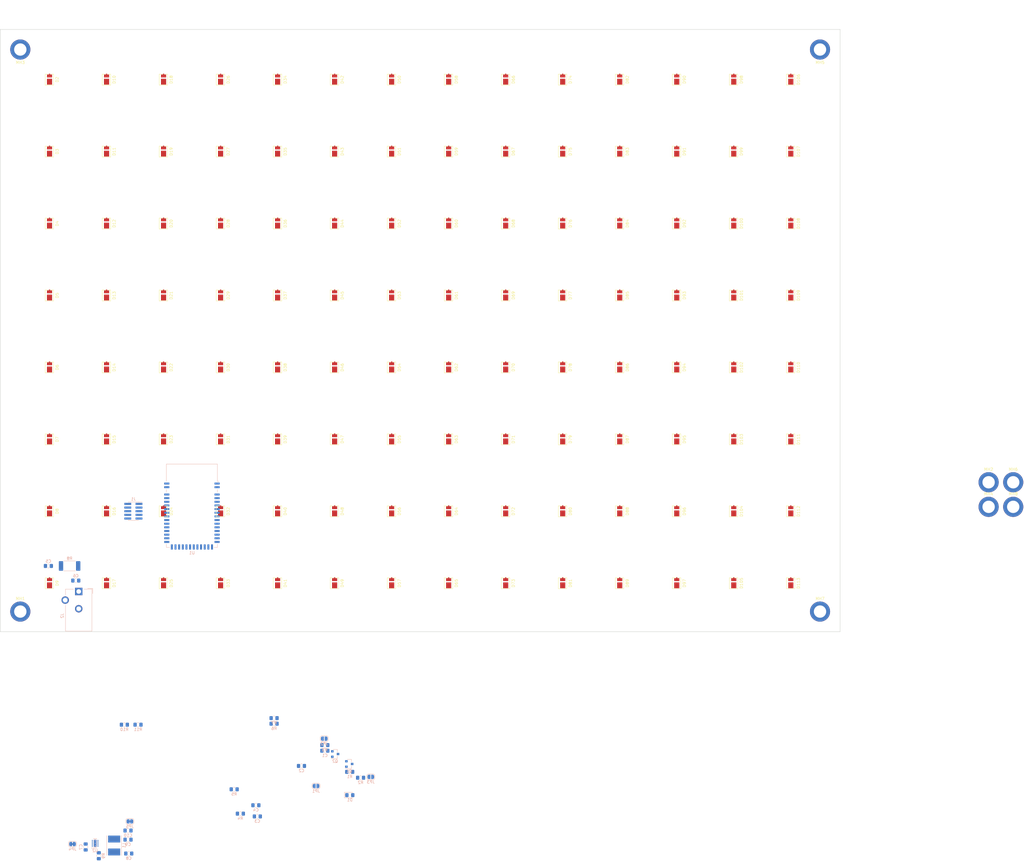
<source format=kicad_pcb>
(kicad_pcb (version 20171130) (host pcbnew "(5.1.2)-1")
  (layers (0 F.Cu signal) (31 B.Cu signal) (34 B.Paste user) (35 F.Paste user) (36 B.SilkS user hide) (37 F.SilkS user) (38 B.Mask user) (39 F.Mask user) (44 Edge.Cuts user))
  (net 0 "")
  (net 1 +3V3)
  (net 2 GND)
  (net 3 VCC)
  (net 4 "Net-(C5-Pad1)")
  (net 5 "Net-(D1-Pad2)")
  (net 6 /SWDIO)
  (net 7 /SWDCLK)
  (net 8 /TRACEDATA[0])
  (net 9 "Net-(J1-Pad7)")
  (net 10 "Net-(J1-Pad8)")
  (net 11 /~RESET)
  (net 12 "Net-(L1-Pad1)")
  (net 13 "Net-(Q1-Pad1)")
  (net 14 "Net-(Q2-Pad1)")
  (net 15 /HEARTBEAT)
  (net 16 /STRIP_1_EN)
  (net 17 /STRIP_2_EN)
  (net 18 "Net-(U1-Pad3)")
  (net 19 "Net-(U1-Pad4)")
  (net 20 /P0.25)
  (net 21 /P0.26)
  (net 22 /P0.27)
  (net 23 /P0.28)
  (net 24 /P0.29)
  (net 25 /P0.30)
  (net 26 /P0.31)
  (net 27 "Net-(U1-Pad12)")
  (net 28 "Net-(U1-Pad13)")
  (net 29 "Net-(U1-Pad14)")
  (net 30 /P0.05)
  (net 31 /P0.08)
  (net 32 /P0.09)
  (net 33 /P0.10)
  (net 34 /P0.11)
  (net 35 /P0.12)
  (net 36 /P0.13)
  (net 37 /TRACEDATA[3])
  (net 38 /TRACEDATA[2])
  (net 39 /TRACEDATA[1])
  (net 40 /P0.19)
  (net 41 /TRACECLK)
  (net 42 /P0.22)
  (net 43 /P0.23)
  (net 44 /P0.24)
  (net 45 "Net-(C7-Pad1)")
  (net 46 "Net-(C10-Pad1)")
  (net 47 /LEDs/STRIP_1_RETURN)
  (net 48 /LEDs/STRIP_2_RETURN)
  (net 49 "Net-(Q1-Pad2)")
  (net 50 "Net-(Q2-Pad2)")
  (net 51 "Net-(R9-Pad2)")
  (net 52 /STRIP_1_AI)
  (net 53 /STRIP_2_AI)
  (net 54 /VCC_AI)
  (net 55 "Net-(D2-Pad1)")
  (net 56 "Net-(D3-Pad1)")
  (net 57 "Net-(D4-Pad1)")
  (net 58 "Net-(D5-Pad1)")
  (net 59 "Net-(D6-Pad1)")
  (net 60 "Net-(D7-Pad1)")
  (net 61 "Net-(D8-Pad1)")
  (net 62 "Net-(D10-Pad1)")
  (net 63 "Net-(D11-Pad1)")
  (net 64 "Net-(D12-Pad1)")
  (net 65 "Net-(D13-Pad1)")
  (net 66 "Net-(D14-Pad1)")
  (net 67 "Net-(D15-Pad1)")
  (net 68 "Net-(D16-Pad1)")
  (net 69 "Net-(D18-Pad1)")
  (net 70 "Net-(D19-Pad1)")
  (net 71 "Net-(D20-Pad1)")
  (net 72 "Net-(D21-Pad1)")
  (net 73 "Net-(D22-Pad1)")
  (net 74 "Net-(D23-Pad1)")
  (net 75 "Net-(D24-Pad1)")
  (net 76 "Net-(D26-Pad1)")
  (net 77 "Net-(D27-Pad1)")
  (net 78 "Net-(D28-Pad1)")
  (net 79 "Net-(D29-Pad1)")
  (net 80 "Net-(D30-Pad1)")
  (net 81 "Net-(D31-Pad1)")
  (net 82 "Net-(D32-Pad1)")
  (net 83 "Net-(D34-Pad1)")
  (net 84 "Net-(D35-Pad1)")
  (net 85 "Net-(D36-Pad1)")
  (net 86 "Net-(D37-Pad1)")
  (net 87 "Net-(D38-Pad1)")
  (net 88 "Net-(D39-Pad1)")
  (net 89 "Net-(D40-Pad1)")
  (net 90 "Net-(D42-Pad1)")
  (net 91 "Net-(D43-Pad1)")
  (net 92 "Net-(D44-Pad1)")
  (net 93 "Net-(D45-Pad1)")
  (net 94 "Net-(D46-Pad1)")
  (net 95 "Net-(D47-Pad1)")
  (net 96 "Net-(D48-Pad1)")
  (net 97 "Net-(D50-Pad1)")
  (net 98 "Net-(D51-Pad1)")
  (net 99 "Net-(D52-Pad1)")
  (net 100 "Net-(D53-Pad1)")
  (net 101 "Net-(D54-Pad1)")
  (net 102 "Net-(D55-Pad1)")
  (net 103 "Net-(D56-Pad1)")
  (net 104 "Net-(D58-Pad1)")
  (net 105 "Net-(D59-Pad1)")
  (net 106 "Net-(D60-Pad1)")
  (net 107 "Net-(D61-Pad1)")
  (net 108 "Net-(D62-Pad1)")
  (net 109 "Net-(D63-Pad1)")
  (net 110 "Net-(D64-Pad1)")
  (net 111 "Net-(D66-Pad1)")
  (net 112 "Net-(D67-Pad1)")
  (net 113 "Net-(D68-Pad1)")
  (net 114 "Net-(D69-Pad1)")
  (net 115 "Net-(D70-Pad1)")
  (net 116 "Net-(D71-Pad1)")
  (net 117 "Net-(D72-Pad1)")
  (net 118 "Net-(D74-Pad1)")
  (net 119 "Net-(D75-Pad1)")
  (net 120 "Net-(D76-Pad1)")
  (net 121 "Net-(D77-Pad1)")
  (net 122 "Net-(D78-Pad1)")
  (net 123 "Net-(D79-Pad1)")
  (net 124 "Net-(D80-Pad1)")
  (net 125 "Net-(D82-Pad1)")
  (net 126 "Net-(D83-Pad1)")
  (net 127 "Net-(D84-Pad1)")
  (net 128 "Net-(D85-Pad1)")
  (net 129 "Net-(D86-Pad1)")
  (net 130 "Net-(D87-Pad1)")
  (net 131 "Net-(D88-Pad1)")
  (net 132 "Net-(D90-Pad1)")
  (net 133 "Net-(D91-Pad1)")
  (net 134 "Net-(D92-Pad1)")
  (net 135 "Net-(D93-Pad1)")
  (net 136 "Net-(D94-Pad1)")
  (net 137 "Net-(D95-Pad1)")
  (net 138 "Net-(D96-Pad1)")
  (net 139 "Net-(D98-Pad1)")
  (net 140 "Net-(D100-Pad2)")
  (net 141 "Net-(D100-Pad1)")
  (net 142 "Net-(D101-Pad1)")
  (net 143 "Net-(D102-Pad1)")
  (net 144 "Net-(D103-Pad1)")
  (net 145 "Net-(D104-Pad1)")
  (net 146 "Net-(D106-Pad1)")
  (net 147 "Net-(D107-Pad1)")
  (net 148 "Net-(D108-Pad1)")
  (net 149 "Net-(D109-Pad1)")
  (net 150 "Net-(D110-Pad1)")
  (net 151 "Net-(D111-Pad1)")
  (net 152 "Net-(D112-Pad1)")
  (module LED:2835_LED (layer F.Cu) (at 169.545 287.654238 90)
    (fp_text reference D9 (at -0.3 2.65 90) (layer F.SilkS))
    (fp_text value LED_1)
    (pad 2 smd rect (at 1.59 0 90) (size 0.3 0.5) (layers F.Cu F.Mask) (net 61 "Net-(D8-Pad1)"))
    (pad 2 smd rect (at 0.945 0 90) (size 0.99 1.8) (layers F.Cu F.Paste F.Mask) (net 61 "Net-(D8-Pad1)"))
    (pad 1 smd rect (at -1.03 0 90) (size 2.06 1.8) (layers F.Cu F.Paste F.Mask) (net 47 /LEDs/STRIP_1_RETURN))
  )
  (module LED:2835_LED (layer F.Cu) (at 427.354994 287.654238 90)
    (fp_text reference D113 (at -0.3 2.65 90) (layer F.SilkS))
    (fp_text value LED_2)
    (pad 2 smd rect (at 1.59 0 90) (size 0.3 0.5) (layers F.Cu F.Mask) (net 152 "Net-(D112-Pad1)"))
    (pad 2 smd rect (at 0.945 0 90) (size 0.99 1.8) (layers F.Cu F.Paste F.Mask) (net 152 "Net-(D112-Pad1)"))
    (pad 1 smd rect (at -1.03 0 90) (size 2.06 1.8) (layers F.Cu F.Paste F.Mask) (net 48 /LEDs/STRIP_2_RETURN))
  )
  (module LED:2835_LED (layer F.Cu) (at 407.523456 287.654238 90)
    (fp_text reference D105 (at -0.3 2.65 90) (layer F.SilkS))
    (fp_text value LED_1)
    (pad 2 smd rect (at 1.59 0 90) (size 0.3 0.5) (layers F.Cu F.Mask) (net 145 "Net-(D104-Pad1)"))
    (pad 2 smd rect (at 0.945 0 90) (size 0.99 1.8) (layers F.Cu F.Paste F.Mask) (net 145 "Net-(D104-Pad1)"))
    (pad 1 smd rect (at -1.03 0 90) (size 2.06 1.8) (layers F.Cu F.Paste F.Mask) (net 47 /LEDs/STRIP_1_RETURN))
  )
  (module LED:2835_LED (layer F.Cu) (at 387.691918 287.654238 90)
    (fp_text reference D97 (at -0.3 2.65 90) (layer F.SilkS))
    (fp_text value LED_2)
    (pad 2 smd rect (at 1.59 0 90) (size 0.3 0.5) (layers F.Cu F.Mask) (net 138 "Net-(D96-Pad1)"))
    (pad 2 smd rect (at 0.945 0 90) (size 0.99 1.8) (layers F.Cu F.Paste F.Mask) (net 138 "Net-(D96-Pad1)"))
    (pad 1 smd rect (at -1.03 0 90) (size 2.06 1.8) (layers F.Cu F.Paste F.Mask) (net 48 /LEDs/STRIP_2_RETURN))
  )
  (module LED:2835_LED (layer F.Cu) (at 367.86038 287.654238 90)
    (fp_text reference D89 (at -0.3 2.65 90) (layer F.SilkS))
    (fp_text value LED_1)
    (pad 2 smd rect (at 1.59 0 90) (size 0.3 0.5) (layers F.Cu F.Mask) (net 131 "Net-(D88-Pad1)"))
    (pad 2 smd rect (at 0.945 0 90) (size 0.99 1.8) (layers F.Cu F.Paste F.Mask) (net 131 "Net-(D88-Pad1)"))
    (pad 1 smd rect (at -1.03 0 90) (size 2.06 1.8) (layers F.Cu F.Paste F.Mask) (net 47 /LEDs/STRIP_1_RETURN))
  )
  (module LED:2835_LED (layer F.Cu) (at 348.028842 287.654238 90)
    (fp_text reference D81 (at -0.3 2.65 90) (layer F.SilkS))
    (fp_text value LED_2)
    (pad 2 smd rect (at 1.59 0 90) (size 0.3 0.5) (layers F.Cu F.Mask) (net 124 "Net-(D80-Pad1)"))
    (pad 2 smd rect (at 0.945 0 90) (size 0.99 1.8) (layers F.Cu F.Paste F.Mask) (net 124 "Net-(D80-Pad1)"))
    (pad 1 smd rect (at -1.03 0 90) (size 2.06 1.8) (layers F.Cu F.Paste F.Mask) (net 48 /LEDs/STRIP_2_RETURN))
  )
  (module LED:2835_LED (layer F.Cu) (at 328.197304 287.654238 90)
    (fp_text reference D73 (at -0.3 2.65 90) (layer F.SilkS))
    (fp_text value LED_1)
    (pad 2 smd rect (at 1.59 0 90) (size 0.3 0.5) (layers F.Cu F.Mask) (net 117 "Net-(D72-Pad1)"))
    (pad 2 smd rect (at 0.945 0 90) (size 0.99 1.8) (layers F.Cu F.Paste F.Mask) (net 117 "Net-(D72-Pad1)"))
    (pad 1 smd rect (at -1.03 0 90) (size 2.06 1.8) (layers F.Cu F.Paste F.Mask) (net 47 /LEDs/STRIP_1_RETURN))
  )
  (module LED:2835_LED (layer F.Cu) (at 308.365766 287.654238 90)
    (fp_text reference D65 (at -0.3 2.65 90) (layer F.SilkS))
    (fp_text value LED_2)
    (pad 2 smd rect (at 1.59 0 90) (size 0.3 0.5) (layers F.Cu F.Mask) (net 110 "Net-(D64-Pad1)"))
    (pad 2 smd rect (at 0.945 0 90) (size 0.99 1.8) (layers F.Cu F.Paste F.Mask) (net 110 "Net-(D64-Pad1)"))
    (pad 1 smd rect (at -1.03 0 90) (size 2.06 1.8) (layers F.Cu F.Paste F.Mask) (net 48 /LEDs/STRIP_2_RETURN))
  )
  (module LED:2835_LED (layer F.Cu) (at 288.534228 287.654238 90)
    (fp_text reference D57 (at -0.3 2.65 90) (layer F.SilkS))
    (fp_text value LED_1)
    (pad 2 smd rect (at 1.59 0 90) (size 0.3 0.5) (layers F.Cu F.Mask) (net 103 "Net-(D56-Pad1)"))
    (pad 2 smd rect (at 0.945 0 90) (size 0.99 1.8) (layers F.Cu F.Paste F.Mask) (net 103 "Net-(D56-Pad1)"))
    (pad 1 smd rect (at -1.03 0 90) (size 2.06 1.8) (layers F.Cu F.Paste F.Mask) (net 47 /LEDs/STRIP_1_RETURN))
  )
  (module LED:2835_LED (layer F.Cu) (at 268.70269 287.654238 90)
    (fp_text reference D49 (at -0.3 2.65 90) (layer F.SilkS))
    (fp_text value LED_2)
    (pad 2 smd rect (at 1.59 0 90) (size 0.3 0.5) (layers F.Cu F.Mask) (net 96 "Net-(D48-Pad1)"))
    (pad 2 smd rect (at 0.945 0 90) (size 0.99 1.8) (layers F.Cu F.Paste F.Mask) (net 96 "Net-(D48-Pad1)"))
    (pad 1 smd rect (at -1.03 0 90) (size 2.06 1.8) (layers F.Cu F.Paste F.Mask) (net 48 /LEDs/STRIP_2_RETURN))
  )
  (module LED:2835_LED (layer F.Cu) (at 248.871152 287.654238 90)
    (fp_text reference D41 (at -0.3 2.65 90) (layer F.SilkS))
    (fp_text value LED_1)
    (pad 2 smd rect (at 1.59 0 90) (size 0.3 0.5) (layers F.Cu F.Mask) (net 89 "Net-(D40-Pad1)"))
    (pad 2 smd rect (at 0.945 0 90) (size 0.99 1.8) (layers F.Cu F.Paste F.Mask) (net 89 "Net-(D40-Pad1)"))
    (pad 1 smd rect (at -1.03 0 90) (size 2.06 1.8) (layers F.Cu F.Paste F.Mask) (net 47 /LEDs/STRIP_1_RETURN))
  )
  (module LED:2835_LED (layer F.Cu) (at 229.039614 287.654238 90)
    (fp_text reference D33 (at -0.3 2.65 90) (layer F.SilkS))
    (fp_text value LED_2)
    (pad 2 smd rect (at 1.59 0 90) (size 0.3 0.5) (layers F.Cu F.Mask) (net 82 "Net-(D32-Pad1)"))
    (pad 2 smd rect (at 0.945 0 90) (size 0.99 1.8) (layers F.Cu F.Paste F.Mask) (net 82 "Net-(D32-Pad1)"))
    (pad 1 smd rect (at -1.03 0 90) (size 2.06 1.8) (layers F.Cu F.Paste F.Mask) (net 48 /LEDs/STRIP_2_RETURN))
  )
  (module LED:2835_LED (layer F.Cu) (at 209.208076 287.654238 90)
    (fp_text reference D25 (at -0.3 2.65 90) (layer F.SilkS))
    (fp_text value LED_1)
    (pad 2 smd rect (at 1.59 0 90) (size 0.3 0.5) (layers F.Cu F.Mask) (net 75 "Net-(D24-Pad1)"))
    (pad 2 smd rect (at 0.945 0 90) (size 0.99 1.8) (layers F.Cu F.Paste F.Mask) (net 75 "Net-(D24-Pad1)"))
    (pad 1 smd rect (at -1.03 0 90) (size 2.06 1.8) (layers F.Cu F.Paste F.Mask) (net 47 /LEDs/STRIP_1_RETURN))
  )
  (module LED:2835_LED (layer F.Cu) (at 189.376538 287.654238 90)
    (fp_text reference D17 (at -0.3 2.65 90) (layer F.SilkS))
    (fp_text value LED_2)
    (pad 2 smd rect (at 1.59 0 90) (size 0.3 0.5) (layers F.Cu F.Mask) (net 68 "Net-(D16-Pad1)"))
    (pad 2 smd rect (at 0.945 0 90) (size 0.99 1.8) (layers F.Cu F.Paste F.Mask) (net 68 "Net-(D16-Pad1)"))
    (pad 1 smd rect (at -1.03 0 90) (size 2.06 1.8) (layers F.Cu F.Paste F.Mask) (net 48 /LEDs/STRIP_2_RETURN))
  )
  (module LED:2835_LED (layer F.Cu) (at 427.354994 262.617204 90)
    (fp_text reference D112 (at -0.3 2.65 90) (layer F.SilkS))
    (fp_text value LED_2)
    (pad 2 smd rect (at 1.59 0 90) (size 0.3 0.5) (layers F.Cu F.Mask) (net 151 "Net-(D111-Pad1)"))
    (pad 2 smd rect (at 0.945 0 90) (size 0.99 1.8) (layers F.Cu F.Paste F.Mask) (net 151 "Net-(D111-Pad1)"))
    (pad 1 smd rect (at -1.03 0 90) (size 2.06 1.8) (layers F.Cu F.Paste F.Mask) (net 152 "Net-(D112-Pad1)"))
  )
  (module LED:2835_LED (layer F.Cu) (at 407.523456 262.617204 90)
    (fp_text reference D104 (at -0.3 2.65 90) (layer F.SilkS))
    (fp_text value LED_1)
    (pad 2 smd rect (at 1.59 0 90) (size 0.3 0.5) (layers F.Cu F.Mask) (net 144 "Net-(D103-Pad1)"))
    (pad 2 smd rect (at 0.945 0 90) (size 0.99 1.8) (layers F.Cu F.Paste F.Mask) (net 144 "Net-(D103-Pad1)"))
    (pad 1 smd rect (at -1.03 0 90) (size 2.06 1.8) (layers F.Cu F.Paste F.Mask) (net 145 "Net-(D104-Pad1)"))
  )
  (module LED:2835_LED (layer F.Cu) (at 387.691918 262.617204 90)
    (fp_text reference D96 (at -0.3 2.65 90) (layer F.SilkS))
    (fp_text value LED_2)
    (pad 2 smd rect (at 1.59 0 90) (size 0.3 0.5) (layers F.Cu F.Mask) (net 137 "Net-(D95-Pad1)"))
    (pad 2 smd rect (at 0.945 0 90) (size 0.99 1.8) (layers F.Cu F.Paste F.Mask) (net 137 "Net-(D95-Pad1)"))
    (pad 1 smd rect (at -1.03 0 90) (size 2.06 1.8) (layers F.Cu F.Paste F.Mask) (net 138 "Net-(D96-Pad1)"))
  )
  (module LED:2835_LED (layer F.Cu) (at 367.86038 262.617204 90)
    (fp_text reference D88 (at -0.3 2.65 90) (layer F.SilkS))
    (fp_text value LED_1)
    (pad 2 smd rect (at 1.59 0 90) (size 0.3 0.5) (layers F.Cu F.Mask) (net 130 "Net-(D87-Pad1)"))
    (pad 2 smd rect (at 0.945 0 90) (size 0.99 1.8) (layers F.Cu F.Paste F.Mask) (net 130 "Net-(D87-Pad1)"))
    (pad 1 smd rect (at -1.03 0 90) (size 2.06 1.8) (layers F.Cu F.Paste F.Mask) (net 131 "Net-(D88-Pad1)"))
  )
  (module LED:2835_LED (layer F.Cu) (at 348.028842 262.617204 90)
    (fp_text reference D80 (at -0.3 2.65 90) (layer F.SilkS))
    (fp_text value LED_2)
    (pad 2 smd rect (at 1.59 0 90) (size 0.3 0.5) (layers F.Cu F.Mask) (net 123 "Net-(D79-Pad1)"))
    (pad 2 smd rect (at 0.945 0 90) (size 0.99 1.8) (layers F.Cu F.Paste F.Mask) (net 123 "Net-(D79-Pad1)"))
    (pad 1 smd rect (at -1.03 0 90) (size 2.06 1.8) (layers F.Cu F.Paste F.Mask) (net 124 "Net-(D80-Pad1)"))
  )
  (module LED:2835_LED (layer F.Cu) (at 328.197304 262.617204 90)
    (fp_text reference D72 (at -0.3 2.65 90) (layer F.SilkS))
    (fp_text value LED_1)
    (pad 2 smd rect (at 1.59 0 90) (size 0.3 0.5) (layers F.Cu F.Mask) (net 116 "Net-(D71-Pad1)"))
    (pad 2 smd rect (at 0.945 0 90) (size 0.99 1.8) (layers F.Cu F.Paste F.Mask) (net 116 "Net-(D71-Pad1)"))
    (pad 1 smd rect (at -1.03 0 90) (size 2.06 1.8) (layers F.Cu F.Paste F.Mask) (net 117 "Net-(D72-Pad1)"))
  )
  (module LED:2835_LED (layer F.Cu) (at 308.365766 262.617204 90)
    (fp_text reference D64 (at -0.3 2.65 90) (layer F.SilkS))
    (fp_text value LED_2)
    (pad 2 smd rect (at 1.59 0 90) (size 0.3 0.5) (layers F.Cu F.Mask) (net 109 "Net-(D63-Pad1)"))
    (pad 2 smd rect (at 0.945 0 90) (size 0.99 1.8) (layers F.Cu F.Paste F.Mask) (net 109 "Net-(D63-Pad1)"))
    (pad 1 smd rect (at -1.03 0 90) (size 2.06 1.8) (layers F.Cu F.Paste F.Mask) (net 110 "Net-(D64-Pad1)"))
  )
  (module LED:2835_LED (layer F.Cu) (at 288.534228 262.617204 90)
    (fp_text reference D56 (at -0.3 2.65 90) (layer F.SilkS))
    (fp_text value LED_1)
    (pad 2 smd rect (at 1.59 0 90) (size 0.3 0.5) (layers F.Cu F.Mask) (net 102 "Net-(D55-Pad1)"))
    (pad 2 smd rect (at 0.945 0 90) (size 0.99 1.8) (layers F.Cu F.Paste F.Mask) (net 102 "Net-(D55-Pad1)"))
    (pad 1 smd rect (at -1.03 0 90) (size 2.06 1.8) (layers F.Cu F.Paste F.Mask) (net 103 "Net-(D56-Pad1)"))
  )
  (module LED:2835_LED (layer F.Cu) (at 268.70269 262.617204 90)
    (fp_text reference D48 (at -0.3 2.65 90) (layer F.SilkS))
    (fp_text value LED_2)
    (pad 2 smd rect (at 1.59 0 90) (size 0.3 0.5) (layers F.Cu F.Mask) (net 95 "Net-(D47-Pad1)"))
    (pad 2 smd rect (at 0.945 0 90) (size 0.99 1.8) (layers F.Cu F.Paste F.Mask) (net 95 "Net-(D47-Pad1)"))
    (pad 1 smd rect (at -1.03 0 90) (size 2.06 1.8) (layers F.Cu F.Paste F.Mask) (net 96 "Net-(D48-Pad1)"))
  )
  (module LED:2835_LED (layer F.Cu) (at 248.871152 262.617204 90)
    (fp_text reference D40 (at -0.3 2.65 90) (layer F.SilkS))
    (fp_text value LED_1)
    (pad 2 smd rect (at 1.59 0 90) (size 0.3 0.5) (layers F.Cu F.Mask) (net 88 "Net-(D39-Pad1)"))
    (pad 2 smd rect (at 0.945 0 90) (size 0.99 1.8) (layers F.Cu F.Paste F.Mask) (net 88 "Net-(D39-Pad1)"))
    (pad 1 smd rect (at -1.03 0 90) (size 2.06 1.8) (layers F.Cu F.Paste F.Mask) (net 89 "Net-(D40-Pad1)"))
  )
  (module LED:2835_LED (layer F.Cu) (at 229.039614 262.617204 90)
    (fp_text reference D32 (at -0.3 2.65 90) (layer F.SilkS))
    (fp_text value LED_2)
    (pad 2 smd rect (at 1.59 0 90) (size 0.3 0.5) (layers F.Cu F.Mask) (net 81 "Net-(D31-Pad1)"))
    (pad 2 smd rect (at 0.945 0 90) (size 0.99 1.8) (layers F.Cu F.Paste F.Mask) (net 81 "Net-(D31-Pad1)"))
    (pad 1 smd rect (at -1.03 0 90) (size 2.06 1.8) (layers F.Cu F.Paste F.Mask) (net 82 "Net-(D32-Pad1)"))
  )
  (module LED:2835_LED (layer F.Cu) (at 209.208076 262.617204 90)
    (fp_text reference D24 (at -0.3 2.65 90) (layer F.SilkS))
    (fp_text value LED_1)
    (pad 2 smd rect (at 1.59 0 90) (size 0.3 0.5) (layers F.Cu F.Mask) (net 74 "Net-(D23-Pad1)"))
    (pad 2 smd rect (at 0.945 0 90) (size 0.99 1.8) (layers F.Cu F.Paste F.Mask) (net 74 "Net-(D23-Pad1)"))
    (pad 1 smd rect (at -1.03 0 90) (size 2.06 1.8) (layers F.Cu F.Paste F.Mask) (net 75 "Net-(D24-Pad1)"))
  )
  (module LED:2835_LED (layer F.Cu) (at 189.376538 262.617204 90)
    (fp_text reference D16 (at -0.3 2.65 90) (layer F.SilkS))
    (fp_text value LED_2)
    (pad 2 smd rect (at 1.59 0 90) (size 0.3 0.5) (layers F.Cu F.Mask) (net 67 "Net-(D15-Pad1)"))
    (pad 2 smd rect (at 0.945 0 90) (size 0.99 1.8) (layers F.Cu F.Paste F.Mask) (net 67 "Net-(D15-Pad1)"))
    (pad 1 smd rect (at -1.03 0 90) (size 2.06 1.8) (layers F.Cu F.Paste F.Mask) (net 68 "Net-(D16-Pad1)"))
  )
  (module LED:2835_LED (layer F.Cu) (at 169.545 262.617204 90)
    (fp_text reference D8 (at -0.3 2.65 90) (layer F.SilkS))
    (fp_text value LED_1)
    (pad 2 smd rect (at 1.59 0 90) (size 0.3 0.5) (layers F.Cu F.Mask) (net 60 "Net-(D7-Pad1)"))
    (pad 2 smd rect (at 0.945 0 90) (size 0.99 1.8) (layers F.Cu F.Paste F.Mask) (net 60 "Net-(D7-Pad1)"))
    (pad 1 smd rect (at -1.03 0 90) (size 2.06 1.8) (layers F.Cu F.Paste F.Mask) (net 61 "Net-(D8-Pad1)"))
  )
  (module LED:2835_LED (layer F.Cu) (at 427.354994 237.58017 90)
    (fp_text reference D111 (at -0.3 2.65 90) (layer F.SilkS))
    (fp_text value LED_2)
    (pad 2 smd rect (at 1.59 0 90) (size 0.3 0.5) (layers F.Cu F.Mask) (net 150 "Net-(D110-Pad1)"))
    (pad 2 smd rect (at 0.945 0 90) (size 0.99 1.8) (layers F.Cu F.Paste F.Mask) (net 150 "Net-(D110-Pad1)"))
    (pad 1 smd rect (at -1.03 0 90) (size 2.06 1.8) (layers F.Cu F.Paste F.Mask) (net 151 "Net-(D111-Pad1)"))
  )
  (module LED:2835_LED (layer F.Cu) (at 407.523456 237.58017 90)
    (fp_text reference D103 (at -0.3 2.65 90) (layer F.SilkS))
    (fp_text value LED_1)
    (pad 2 smd rect (at 1.59 0 90) (size 0.3 0.5) (layers F.Cu F.Mask) (net 143 "Net-(D102-Pad1)"))
    (pad 2 smd rect (at 0.945 0 90) (size 0.99 1.8) (layers F.Cu F.Paste F.Mask) (net 143 "Net-(D102-Pad1)"))
    (pad 1 smd rect (at -1.03 0 90) (size 2.06 1.8) (layers F.Cu F.Paste F.Mask) (net 144 "Net-(D103-Pad1)"))
  )
  (module LED:2835_LED (layer F.Cu) (at 387.691918 237.58017 90)
    (fp_text reference D95 (at -0.3 2.65 90) (layer F.SilkS))
    (fp_text value LED_2)
    (pad 2 smd rect (at 1.59 0 90) (size 0.3 0.5) (layers F.Cu F.Mask) (net 136 "Net-(D94-Pad1)"))
    (pad 2 smd rect (at 0.945 0 90) (size 0.99 1.8) (layers F.Cu F.Paste F.Mask) (net 136 "Net-(D94-Pad1)"))
    (pad 1 smd rect (at -1.03 0 90) (size 2.06 1.8) (layers F.Cu F.Paste F.Mask) (net 137 "Net-(D95-Pad1)"))
  )
  (module LED:2835_LED (layer F.Cu) (at 367.86038 237.58017 90)
    (fp_text reference D87 (at -0.3 2.65 90) (layer F.SilkS))
    (fp_text value LED_1)
    (pad 2 smd rect (at 1.59 0 90) (size 0.3 0.5) (layers F.Cu F.Mask) (net 129 "Net-(D86-Pad1)"))
    (pad 2 smd rect (at 0.945 0 90) (size 0.99 1.8) (layers F.Cu F.Paste F.Mask) (net 129 "Net-(D86-Pad1)"))
    (pad 1 smd rect (at -1.03 0 90) (size 2.06 1.8) (layers F.Cu F.Paste F.Mask) (net 130 "Net-(D87-Pad1)"))
  )
  (module LED:2835_LED (layer F.Cu) (at 348.028842 237.58017 90)
    (fp_text reference D79 (at -0.3 2.65 90) (layer F.SilkS))
    (fp_text value LED_2)
    (pad 2 smd rect (at 1.59 0 90) (size 0.3 0.5) (layers F.Cu F.Mask) (net 122 "Net-(D78-Pad1)"))
    (pad 2 smd rect (at 0.945 0 90) (size 0.99 1.8) (layers F.Cu F.Paste F.Mask) (net 122 "Net-(D78-Pad1)"))
    (pad 1 smd rect (at -1.03 0 90) (size 2.06 1.8) (layers F.Cu F.Paste F.Mask) (net 123 "Net-(D79-Pad1)"))
  )
  (module LED:2835_LED (layer F.Cu) (at 328.197304 237.58017 90)
    (fp_text reference D71 (at -0.3 2.65 90) (layer F.SilkS))
    (fp_text value LED_1)
    (pad 2 smd rect (at 1.59 0 90) (size 0.3 0.5) (layers F.Cu F.Mask) (net 115 "Net-(D70-Pad1)"))
    (pad 2 smd rect (at 0.945 0 90) (size 0.99 1.8) (layers F.Cu F.Paste F.Mask) (net 115 "Net-(D70-Pad1)"))
    (pad 1 smd rect (at -1.03 0 90) (size 2.06 1.8) (layers F.Cu F.Paste F.Mask) (net 116 "Net-(D71-Pad1)"))
  )
  (module LED:2835_LED (layer F.Cu) (at 308.365766 237.58017 90)
    (fp_text reference D63 (at -0.3 2.65 90) (layer F.SilkS))
    (fp_text value LED_2)
    (pad 2 smd rect (at 1.59 0 90) (size 0.3 0.5) (layers F.Cu F.Mask) (net 108 "Net-(D62-Pad1)"))
    (pad 2 smd rect (at 0.945 0 90) (size 0.99 1.8) (layers F.Cu F.Paste F.Mask) (net 108 "Net-(D62-Pad1)"))
    (pad 1 smd rect (at -1.03 0 90) (size 2.06 1.8) (layers F.Cu F.Paste F.Mask) (net 109 "Net-(D63-Pad1)"))
  )
  (module LED:2835_LED (layer F.Cu) (at 288.534228 237.58017 90)
    (fp_text reference D55 (at -0.3 2.65 90) (layer F.SilkS))
    (fp_text value LED_1)
    (pad 2 smd rect (at 1.59 0 90) (size 0.3 0.5) (layers F.Cu F.Mask) (net 101 "Net-(D54-Pad1)"))
    (pad 2 smd rect (at 0.945 0 90) (size 0.99 1.8) (layers F.Cu F.Paste F.Mask) (net 101 "Net-(D54-Pad1)"))
    (pad 1 smd rect (at -1.03 0 90) (size 2.06 1.8) (layers F.Cu F.Paste F.Mask) (net 102 "Net-(D55-Pad1)"))
  )
  (module LED:2835_LED (layer F.Cu) (at 268.70269 237.58017 90)
    (fp_text reference D47 (at -0.3 2.65 90) (layer F.SilkS))
    (fp_text value LED_2)
    (pad 2 smd rect (at 1.59 0 90) (size 0.3 0.5) (layers F.Cu F.Mask) (net 94 "Net-(D46-Pad1)"))
    (pad 2 smd rect (at 0.945 0 90) (size 0.99 1.8) (layers F.Cu F.Paste F.Mask) (net 94 "Net-(D46-Pad1)"))
    (pad 1 smd rect (at -1.03 0 90) (size 2.06 1.8) (layers F.Cu F.Paste F.Mask) (net 95 "Net-(D47-Pad1)"))
  )
  (module LED:2835_LED (layer F.Cu) (at 248.871152 237.58017 90)
    (fp_text reference D39 (at -0.3 2.65 90) (layer F.SilkS))
    (fp_text value LED_1)
    (pad 2 smd rect (at 1.59 0 90) (size 0.3 0.5) (layers F.Cu F.Mask) (net 87 "Net-(D38-Pad1)"))
    (pad 2 smd rect (at 0.945 0 90) (size 0.99 1.8) (layers F.Cu F.Paste F.Mask) (net 87 "Net-(D38-Pad1)"))
    (pad 1 smd rect (at -1.03 0 90) (size 2.06 1.8) (layers F.Cu F.Paste F.Mask) (net 88 "Net-(D39-Pad1)"))
  )
  (module LED:2835_LED (layer F.Cu) (at 229.039614 237.58017 90)
    (fp_text reference D31 (at -0.3 2.65 90) (layer F.SilkS))
    (fp_text value LED_2)
    (pad 2 smd rect (at 1.59 0 90) (size 0.3 0.5) (layers F.Cu F.Mask) (net 80 "Net-(D30-Pad1)"))
    (pad 2 smd rect (at 0.945 0 90) (size 0.99 1.8) (layers F.Cu F.Paste F.Mask) (net 80 "Net-(D30-Pad1)"))
    (pad 1 smd rect (at -1.03 0 90) (size 2.06 1.8) (layers F.Cu F.Paste F.Mask) (net 81 "Net-(D31-Pad1)"))
  )
  (module LED:2835_LED (layer F.Cu) (at 209.208076 237.58017 90)
    (fp_text reference D23 (at -0.3 2.65 90) (layer F.SilkS))
    (fp_text value LED_1)
    (pad 2 smd rect (at 1.59 0 90) (size 0.3 0.5) (layers F.Cu F.Mask) (net 73 "Net-(D22-Pad1)"))
    (pad 2 smd rect (at 0.945 0 90) (size 0.99 1.8) (layers F.Cu F.Paste F.Mask) (net 73 "Net-(D22-Pad1)"))
    (pad 1 smd rect (at -1.03 0 90) (size 2.06 1.8) (layers F.Cu F.Paste F.Mask) (net 74 "Net-(D23-Pad1)"))
  )
  (module LED:2835_LED (layer F.Cu) (at 189.376538 237.58017 90)
    (fp_text reference D15 (at -0.3 2.65 90) (layer F.SilkS))
    (fp_text value LED_2)
    (pad 2 smd rect (at 1.59 0 90) (size 0.3 0.5) (layers F.Cu F.Mask) (net 66 "Net-(D14-Pad1)"))
    (pad 2 smd rect (at 0.945 0 90) (size 0.99 1.8) (layers F.Cu F.Paste F.Mask) (net 66 "Net-(D14-Pad1)"))
    (pad 1 smd rect (at -1.03 0 90) (size 2.06 1.8) (layers F.Cu F.Paste F.Mask) (net 67 "Net-(D15-Pad1)"))
  )
  (module LED:2835_LED (layer F.Cu) (at 169.545 237.58017 90)
    (fp_text reference D7 (at -0.3 2.65 90) (layer F.SilkS))
    (fp_text value LED_1)
    (pad 2 smd rect (at 1.59 0 90) (size 0.3 0.5) (layers F.Cu F.Mask) (net 59 "Net-(D6-Pad1)"))
    (pad 2 smd rect (at 0.945 0 90) (size 0.99 1.8) (layers F.Cu F.Paste F.Mask) (net 59 "Net-(D6-Pad1)"))
    (pad 1 smd rect (at -1.03 0 90) (size 2.06 1.8) (layers F.Cu F.Paste F.Mask) (net 60 "Net-(D7-Pad1)"))
  )
  (module LED:2835_LED (layer F.Cu) (at 427.354994 212.543136 90)
    (fp_text reference D110 (at -0.3 2.65 90) (layer F.SilkS))
    (fp_text value LED_2)
    (pad 2 smd rect (at 1.59 0 90) (size 0.3 0.5) (layers F.Cu F.Mask) (net 149 "Net-(D109-Pad1)"))
    (pad 2 smd rect (at 0.945 0 90) (size 0.99 1.8) (layers F.Cu F.Paste F.Mask) (net 149 "Net-(D109-Pad1)"))
    (pad 1 smd rect (at -1.03 0 90) (size 2.06 1.8) (layers F.Cu F.Paste F.Mask) (net 150 "Net-(D110-Pad1)"))
  )
  (module LED:2835_LED (layer F.Cu) (at 407.523456 212.543136 90)
    (fp_text reference D102 (at -0.3 2.65 90) (layer F.SilkS))
    (fp_text value LED_1)
    (pad 2 smd rect (at 1.59 0 90) (size 0.3 0.5) (layers F.Cu F.Mask) (net 142 "Net-(D101-Pad1)"))
    (pad 2 smd rect (at 0.945 0 90) (size 0.99 1.8) (layers F.Cu F.Paste F.Mask) (net 142 "Net-(D101-Pad1)"))
    (pad 1 smd rect (at -1.03 0 90) (size 2.06 1.8) (layers F.Cu F.Paste F.Mask) (net 143 "Net-(D102-Pad1)"))
  )
  (module LED:2835_LED (layer F.Cu) (at 387.691918 212.543136 90)
    (fp_text reference D94 (at -0.3 2.65 90) (layer F.SilkS))
    (fp_text value LED_2)
    (pad 2 smd rect (at 1.59 0 90) (size 0.3 0.5) (layers F.Cu F.Mask) (net 135 "Net-(D93-Pad1)"))
    (pad 2 smd rect (at 0.945 0 90) (size 0.99 1.8) (layers F.Cu F.Paste F.Mask) (net 135 "Net-(D93-Pad1)"))
    (pad 1 smd rect (at -1.03 0 90) (size 2.06 1.8) (layers F.Cu F.Paste F.Mask) (net 136 "Net-(D94-Pad1)"))
  )
  (module LED:2835_LED (layer F.Cu) (at 367.86038 212.543136 90)
    (fp_text reference D86 (at -0.3 2.65 90) (layer F.SilkS))
    (fp_text value LED_1)
    (pad 2 smd rect (at 1.59 0 90) (size 0.3 0.5) (layers F.Cu F.Mask) (net 128 "Net-(D85-Pad1)"))
    (pad 2 smd rect (at 0.945 0 90) (size 0.99 1.8) (layers F.Cu F.Paste F.Mask) (net 128 "Net-(D85-Pad1)"))
    (pad 1 smd rect (at -1.03 0 90) (size 2.06 1.8) (layers F.Cu F.Paste F.Mask) (net 129 "Net-(D86-Pad1)"))
  )
  (module LED:2835_LED (layer F.Cu) (at 348.028842 212.543136 90)
    (fp_text reference D78 (at -0.3 2.65 90) (layer F.SilkS))
    (fp_text value LED_2)
    (pad 2 smd rect (at 1.59 0 90) (size 0.3 0.5) (layers F.Cu F.Mask) (net 121 "Net-(D77-Pad1)"))
    (pad 2 smd rect (at 0.945 0 90) (size 0.99 1.8) (layers F.Cu F.Paste F.Mask) (net 121 "Net-(D77-Pad1)"))
    (pad 1 smd rect (at -1.03 0 90) (size 2.06 1.8) (layers F.Cu F.Paste F.Mask) (net 122 "Net-(D78-Pad1)"))
  )
  (module LED:2835_LED (layer F.Cu) (at 328.197304 212.543136 90)
    (fp_text reference D70 (at -0.3 2.65 90) (layer F.SilkS))
    (fp_text value LED_1)
    (pad 2 smd rect (at 1.59 0 90) (size 0.3 0.5) (layers F.Cu F.Mask) (net 114 "Net-(D69-Pad1)"))
    (pad 2 smd rect (at 0.945 0 90) (size 0.99 1.8) (layers F.Cu F.Paste F.Mask) (net 114 "Net-(D69-Pad1)"))
    (pad 1 smd rect (at -1.03 0 90) (size 2.06 1.8) (layers F.Cu F.Paste F.Mask) (net 115 "Net-(D70-Pad1)"))
  )
  (module LED:2835_LED (layer F.Cu) (at 308.365766 212.543136 90)
    (fp_text reference D62 (at -0.3 2.65 90) (layer F.SilkS))
    (fp_text value LED_2)
    (pad 2 smd rect (at 1.59 0 90) (size 0.3 0.5) (layers F.Cu F.Mask) (net 107 "Net-(D61-Pad1)"))
    (pad 2 smd rect (at 0.945 0 90) (size 0.99 1.8) (layers F.Cu F.Paste F.Mask) (net 107 "Net-(D61-Pad1)"))
    (pad 1 smd rect (at -1.03 0 90) (size 2.06 1.8) (layers F.Cu F.Paste F.Mask) (net 108 "Net-(D62-Pad1)"))
  )
  (module LED:2835_LED (layer F.Cu) (at 288.534228 212.543136 90)
    (fp_text reference D54 (at -0.3 2.65 90) (layer F.SilkS))
    (fp_text value LED_1)
    (pad 2 smd rect (at 1.59 0 90) (size 0.3 0.5) (layers F.Cu F.Mask) (net 100 "Net-(D53-Pad1)"))
    (pad 2 smd rect (at 0.945 0 90) (size 0.99 1.8) (layers F.Cu F.Paste F.Mask) (net 100 "Net-(D53-Pad1)"))
    (pad 1 smd rect (at -1.03 0 90) (size 2.06 1.8) (layers F.Cu F.Paste F.Mask) (net 101 "Net-(D54-Pad1)"))
  )
  (module LED:2835_LED (layer F.Cu) (at 268.70269 212.543136 90)
    (fp_text reference D46 (at -0.3 2.65 90) (layer F.SilkS))
    (fp_text value LED_2)
    (pad 2 smd rect (at 1.59 0 90) (size 0.3 0.5) (layers F.Cu F.Mask) (net 93 "Net-(D45-Pad1)"))
    (pad 2 smd rect (at 0.945 0 90) (size 0.99 1.8) (layers F.Cu F.Paste F.Mask) (net 93 "Net-(D45-Pad1)"))
    (pad 1 smd rect (at -1.03 0 90) (size 2.06 1.8) (layers F.Cu F.Paste F.Mask) (net 94 "Net-(D46-Pad1)"))
  )
  (module LED:2835_LED (layer F.Cu) (at 248.871152 212.543136 90)
    (fp_text reference D38 (at -0.3 2.65 90) (layer F.SilkS))
    (fp_text value LED_1)
    (pad 2 smd rect (at 1.59 0 90) (size 0.3 0.5) (layers F.Cu F.Mask) (net 86 "Net-(D37-Pad1)"))
    (pad 2 smd rect (at 0.945 0 90) (size 0.99 1.8) (layers F.Cu F.Paste F.Mask) (net 86 "Net-(D37-Pad1)"))
    (pad 1 smd rect (at -1.03 0 90) (size 2.06 1.8) (layers F.Cu F.Paste F.Mask) (net 87 "Net-(D38-Pad1)"))
  )
  (module LED:2835_LED (layer F.Cu) (at 229.039614 212.543136 90)
    (fp_text reference D30 (at -0.3 2.65 90) (layer F.SilkS))
    (fp_text value LED_2)
    (pad 2 smd rect (at 1.59 0 90) (size 0.3 0.5) (layers F.Cu F.Mask) (net 79 "Net-(D29-Pad1)"))
    (pad 2 smd rect (at 0.945 0 90) (size 0.99 1.8) (layers F.Cu F.Paste F.Mask) (net 79 "Net-(D29-Pad1)"))
    (pad 1 smd rect (at -1.03 0 90) (size 2.06 1.8) (layers F.Cu F.Paste F.Mask) (net 80 "Net-(D30-Pad1)"))
  )
  (module LED:2835_LED (layer F.Cu) (at 209.208076 212.543136 90)
    (fp_text reference D22 (at -0.3 2.65 90) (layer F.SilkS))
    (fp_text value LED_1)
    (pad 2 smd rect (at 1.59 0 90) (size 0.3 0.5) (layers F.Cu F.Mask) (net 72 "Net-(D21-Pad1)"))
    (pad 2 smd rect (at 0.945 0 90) (size 0.99 1.8) (layers F.Cu F.Paste F.Mask) (net 72 "Net-(D21-Pad1)"))
    (pad 1 smd rect (at -1.03 0 90) (size 2.06 1.8) (layers F.Cu F.Paste F.Mask) (net 73 "Net-(D22-Pad1)"))
  )
  (module LED:2835_LED (layer F.Cu) (at 189.376538 212.543136 90)
    (fp_text reference D14 (at -0.3 2.65 90) (layer F.SilkS))
    (fp_text value LED_2)
    (pad 2 smd rect (at 1.59 0 90) (size 0.3 0.5) (layers F.Cu F.Mask) (net 65 "Net-(D13-Pad1)"))
    (pad 2 smd rect (at 0.945 0 90) (size 0.99 1.8) (layers F.Cu F.Paste F.Mask) (net 65 "Net-(D13-Pad1)"))
    (pad 1 smd rect (at -1.03 0 90) (size 2.06 1.8) (layers F.Cu F.Paste F.Mask) (net 66 "Net-(D14-Pad1)"))
  )
  (module LED:2835_LED (layer F.Cu) (at 169.545 212.543136 90)
    (fp_text reference D6 (at -0.3 2.65 90) (layer F.SilkS))
    (fp_text value LED_1)
    (pad 2 smd rect (at 1.59 0 90) (size 0.3 0.5) (layers F.Cu F.Mask) (net 58 "Net-(D5-Pad1)"))
    (pad 2 smd rect (at 0.945 0 90) (size 0.99 1.8) (layers F.Cu F.Paste F.Mask) (net 58 "Net-(D5-Pad1)"))
    (pad 1 smd rect (at -1.03 0 90) (size 2.06 1.8) (layers F.Cu F.Paste F.Mask) (net 59 "Net-(D6-Pad1)"))
  )
  (module LED:2835_LED (layer F.Cu) (at 427.354994 187.506102 90)
    (fp_text reference D109 (at -0.3 2.65 90) (layer F.SilkS))
    (fp_text value LED_2)
    (pad 2 smd rect (at 1.59 0 90) (size 0.3 0.5) (layers F.Cu F.Mask) (net 148 "Net-(D108-Pad1)"))
    (pad 2 smd rect (at 0.945 0 90) (size 0.99 1.8) (layers F.Cu F.Paste F.Mask) (net 148 "Net-(D108-Pad1)"))
    (pad 1 smd rect (at -1.03 0 90) (size 2.06 1.8) (layers F.Cu F.Paste F.Mask) (net 149 "Net-(D109-Pad1)"))
  )
  (module LED:2835_LED (layer F.Cu) (at 407.523456 187.506102 90)
    (fp_text reference D101 (at -0.3 2.65 90) (layer F.SilkS))
    (fp_text value LED_1)
    (pad 2 smd rect (at 1.59 0 90) (size 0.3 0.5) (layers F.Cu F.Mask) (net 141 "Net-(D100-Pad1)"))
    (pad 2 smd rect (at 0.945 0 90) (size 0.99 1.8) (layers F.Cu F.Paste F.Mask) (net 141 "Net-(D100-Pad1)"))
    (pad 1 smd rect (at -1.03 0 90) (size 2.06 1.8) (layers F.Cu F.Paste F.Mask) (net 142 "Net-(D101-Pad1)"))
  )
  (module LED:2835_LED (layer F.Cu) (at 387.691918 187.506102 90)
    (fp_text reference D93 (at -0.3 2.65 90) (layer F.SilkS))
    (fp_text value LED_2)
    (pad 2 smd rect (at 1.59 0 90) (size 0.3 0.5) (layers F.Cu F.Mask) (net 134 "Net-(D92-Pad1)"))
    (pad 2 smd rect (at 0.945 0 90) (size 0.99 1.8) (layers F.Cu F.Paste F.Mask) (net 134 "Net-(D92-Pad1)"))
    (pad 1 smd rect (at -1.03 0 90) (size 2.06 1.8) (layers F.Cu F.Paste F.Mask) (net 135 "Net-(D93-Pad1)"))
  )
  (module LED:2835_LED (layer F.Cu) (at 367.86038 187.506102 90)
    (fp_text reference D85 (at -0.3 2.65 90) (layer F.SilkS))
    (fp_text value LED_1)
    (pad 2 smd rect (at 1.59 0 90) (size 0.3 0.5) (layers F.Cu F.Mask) (net 127 "Net-(D84-Pad1)"))
    (pad 2 smd rect (at 0.945 0 90) (size 0.99 1.8) (layers F.Cu F.Paste F.Mask) (net 127 "Net-(D84-Pad1)"))
    (pad 1 smd rect (at -1.03 0 90) (size 2.06 1.8) (layers F.Cu F.Paste F.Mask) (net 128 "Net-(D85-Pad1)"))
  )
  (module LED:2835_LED (layer F.Cu) (at 348.028842 187.506102 90)
    (fp_text reference D77 (at -0.3 2.65 90) (layer F.SilkS))
    (fp_text value LED_2)
    (pad 2 smd rect (at 1.59 0 90) (size 0.3 0.5) (layers F.Cu F.Mask) (net 120 "Net-(D76-Pad1)"))
    (pad 2 smd rect (at 0.945 0 90) (size 0.99 1.8) (layers F.Cu F.Paste F.Mask) (net 120 "Net-(D76-Pad1)"))
    (pad 1 smd rect (at -1.03 0 90) (size 2.06 1.8) (layers F.Cu F.Paste F.Mask) (net 121 "Net-(D77-Pad1)"))
  )
  (module LED:2835_LED (layer F.Cu) (at 328.197304 187.506102 90)
    (fp_text reference D69 (at -0.3 2.65 90) (layer F.SilkS))
    (fp_text value LED_1)
    (pad 2 smd rect (at 1.59 0 90) (size 0.3 0.5) (layers F.Cu F.Mask) (net 113 "Net-(D68-Pad1)"))
    (pad 2 smd rect (at 0.945 0 90) (size 0.99 1.8) (layers F.Cu F.Paste F.Mask) (net 113 "Net-(D68-Pad1)"))
    (pad 1 smd rect (at -1.03 0 90) (size 2.06 1.8) (layers F.Cu F.Paste F.Mask) (net 114 "Net-(D69-Pad1)"))
  )
  (module LED:2835_LED (layer F.Cu) (at 308.365766 187.506102 90)
    (fp_text reference D61 (at -0.3 2.65 90) (layer F.SilkS))
    (fp_text value LED_2)
    (pad 2 smd rect (at 1.59 0 90) (size 0.3 0.5) (layers F.Cu F.Mask) (net 106 "Net-(D60-Pad1)"))
    (pad 2 smd rect (at 0.945 0 90) (size 0.99 1.8) (layers F.Cu F.Paste F.Mask) (net 106 "Net-(D60-Pad1)"))
    (pad 1 smd rect (at -1.03 0 90) (size 2.06 1.8) (layers F.Cu F.Paste F.Mask) (net 107 "Net-(D61-Pad1)"))
  )
  (module LED:2835_LED (layer F.Cu) (at 288.534228 187.506102 90)
    (fp_text reference D53 (at -0.3 2.65 90) (layer F.SilkS))
    (fp_text value LED_1)
    (pad 2 smd rect (at 1.59 0 90) (size 0.3 0.5) (layers F.Cu F.Mask) (net 99 "Net-(D52-Pad1)"))
    (pad 2 smd rect (at 0.945 0 90) (size 0.99 1.8) (layers F.Cu F.Paste F.Mask) (net 99 "Net-(D52-Pad1)"))
    (pad 1 smd rect (at -1.03 0 90) (size 2.06 1.8) (layers F.Cu F.Paste F.Mask) (net 100 "Net-(D53-Pad1)"))
  )
  (module LED:2835_LED (layer F.Cu) (at 268.70269 187.506102 90)
    (fp_text reference D45 (at -0.3 2.65 90) (layer F.SilkS))
    (fp_text value LED_2)
    (pad 2 smd rect (at 1.59 0 90) (size 0.3 0.5) (layers F.Cu F.Mask) (net 92 "Net-(D44-Pad1)"))
    (pad 2 smd rect (at 0.945 0 90) (size 0.99 1.8) (layers F.Cu F.Paste F.Mask) (net 92 "Net-(D44-Pad1)"))
    (pad 1 smd rect (at -1.03 0 90) (size 2.06 1.8) (layers F.Cu F.Paste F.Mask) (net 93 "Net-(D45-Pad1)"))
  )
  (module LED:2835_LED (layer F.Cu) (at 248.871152 187.506102 90)
    (fp_text reference D37 (at -0.3 2.65 90) (layer F.SilkS))
    (fp_text value LED_1)
    (pad 2 smd rect (at 1.59 0 90) (size 0.3 0.5) (layers F.Cu F.Mask) (net 85 "Net-(D36-Pad1)"))
    (pad 2 smd rect (at 0.945 0 90) (size 0.99 1.8) (layers F.Cu F.Paste F.Mask) (net 85 "Net-(D36-Pad1)"))
    (pad 1 smd rect (at -1.03 0 90) (size 2.06 1.8) (layers F.Cu F.Paste F.Mask) (net 86 "Net-(D37-Pad1)"))
  )
  (module LED:2835_LED (layer F.Cu) (at 229.039614 187.506102 90)
    (fp_text reference D29 (at -0.3 2.65 90) (layer F.SilkS))
    (fp_text value LED_2)
    (pad 2 smd rect (at 1.59 0 90) (size 0.3 0.5) (layers F.Cu F.Mask) (net 78 "Net-(D28-Pad1)"))
    (pad 2 smd rect (at 0.945 0 90) (size 0.99 1.8) (layers F.Cu F.Paste F.Mask) (net 78 "Net-(D28-Pad1)"))
    (pad 1 smd rect (at -1.03 0 90) (size 2.06 1.8) (layers F.Cu F.Paste F.Mask) (net 79 "Net-(D29-Pad1)"))
  )
  (module LED:2835_LED (layer F.Cu) (at 209.208076 187.506102 90)
    (fp_text reference D21 (at -0.3 2.65 90) (layer F.SilkS))
    (fp_text value LED_1)
    (pad 2 smd rect (at 1.59 0 90) (size 0.3 0.5) (layers F.Cu F.Mask) (net 71 "Net-(D20-Pad1)"))
    (pad 2 smd rect (at 0.945 0 90) (size 0.99 1.8) (layers F.Cu F.Paste F.Mask) (net 71 "Net-(D20-Pad1)"))
    (pad 1 smd rect (at -1.03 0 90) (size 2.06 1.8) (layers F.Cu F.Paste F.Mask) (net 72 "Net-(D21-Pad1)"))
  )
  (module LED:2835_LED (layer F.Cu) (at 189.376538 187.506102 90)
    (fp_text reference D13 (at -0.3 2.65 90) (layer F.SilkS))
    (fp_text value LED_2)
    (pad 2 smd rect (at 1.59 0 90) (size 0.3 0.5) (layers F.Cu F.Mask) (net 64 "Net-(D12-Pad1)"))
    (pad 2 smd rect (at 0.945 0 90) (size 0.99 1.8) (layers F.Cu F.Paste F.Mask) (net 64 "Net-(D12-Pad1)"))
    (pad 1 smd rect (at -1.03 0 90) (size 2.06 1.8) (layers F.Cu F.Paste F.Mask) (net 65 "Net-(D13-Pad1)"))
  )
  (module LED:2835_LED (layer F.Cu) (at 169.545 187.506102 90)
    (fp_text reference D5 (at -0.3 2.65 90) (layer F.SilkS))
    (fp_text value LED_1)
    (pad 2 smd rect (at 1.59 0 90) (size 0.3 0.5) (layers F.Cu F.Mask) (net 57 "Net-(D4-Pad1)"))
    (pad 2 smd rect (at 0.945 0 90) (size 0.99 1.8) (layers F.Cu F.Paste F.Mask) (net 57 "Net-(D4-Pad1)"))
    (pad 1 smd rect (at -1.03 0 90) (size 2.06 1.8) (layers F.Cu F.Paste F.Mask) (net 58 "Net-(D5-Pad1)"))
  )
  (module LED:2835_LED (layer F.Cu) (at 427.354994 162.469068 90)
    (fp_text reference D108 (at -0.3 2.65 90) (layer F.SilkS))
    (fp_text value LED_2)
    (pad 2 smd rect (at 1.59 0 90) (size 0.3 0.5) (layers F.Cu F.Mask) (net 147 "Net-(D107-Pad1)"))
    (pad 2 smd rect (at 0.945 0 90) (size 0.99 1.8) (layers F.Cu F.Paste F.Mask) (net 147 "Net-(D107-Pad1)"))
    (pad 1 smd rect (at -1.03 0 90) (size 2.06 1.8) (layers F.Cu F.Paste F.Mask) (net 148 "Net-(D108-Pad1)"))
  )
  (module LED:2835_LED (layer F.Cu) (at 407.523456 162.469068 90)
    (fp_text reference D100 (at -0.3 2.65 90) (layer F.SilkS))
    (fp_text value LED_1)
    (pad 2 smd rect (at 1.59 0 90) (size 0.3 0.5) (layers F.Cu F.Mask) (net 140 "Net-(D100-Pad2)"))
    (pad 2 smd rect (at 0.945 0 90) (size 0.99 1.8) (layers F.Cu F.Paste F.Mask) (net 140 "Net-(D100-Pad2)"))
    (pad 1 smd rect (at -1.03 0 90) (size 2.06 1.8) (layers F.Cu F.Paste F.Mask) (net 141 "Net-(D100-Pad1)"))
  )
  (module LED:2835_LED (layer F.Cu) (at 387.691918 162.469068 90)
    (fp_text reference D92 (at -0.3 2.65 90) (layer F.SilkS))
    (fp_text value LED_2)
    (pad 2 smd rect (at 1.59 0 90) (size 0.3 0.5) (layers F.Cu F.Mask) (net 133 "Net-(D91-Pad1)"))
    (pad 2 smd rect (at 0.945 0 90) (size 0.99 1.8) (layers F.Cu F.Paste F.Mask) (net 133 "Net-(D91-Pad1)"))
    (pad 1 smd rect (at -1.03 0 90) (size 2.06 1.8) (layers F.Cu F.Paste F.Mask) (net 134 "Net-(D92-Pad1)"))
  )
  (module LED:2835_LED (layer F.Cu) (at 367.86038 162.469068 90)
    (fp_text reference D84 (at -0.3 2.65 90) (layer F.SilkS))
    (fp_text value LED_1)
    (pad 2 smd rect (at 1.59 0 90) (size 0.3 0.5) (layers F.Cu F.Mask) (net 126 "Net-(D83-Pad1)"))
    (pad 2 smd rect (at 0.945 0 90) (size 0.99 1.8) (layers F.Cu F.Paste F.Mask) (net 126 "Net-(D83-Pad1)"))
    (pad 1 smd rect (at -1.03 0 90) (size 2.06 1.8) (layers F.Cu F.Paste F.Mask) (net 127 "Net-(D84-Pad1)"))
  )
  (module LED:2835_LED (layer F.Cu) (at 348.028842 162.469068 90)
    (fp_text reference D76 (at -0.3 2.65 90) (layer F.SilkS))
    (fp_text value LED_2)
    (pad 2 smd rect (at 1.59 0 90) (size 0.3 0.5) (layers F.Cu F.Mask) (net 119 "Net-(D75-Pad1)"))
    (pad 2 smd rect (at 0.945 0 90) (size 0.99 1.8) (layers F.Cu F.Paste F.Mask) (net 119 "Net-(D75-Pad1)"))
    (pad 1 smd rect (at -1.03 0 90) (size 2.06 1.8) (layers F.Cu F.Paste F.Mask) (net 120 "Net-(D76-Pad1)"))
  )
  (module LED:2835_LED (layer F.Cu) (at 328.197304 162.469068 90)
    (fp_text reference D68 (at -0.3 2.65 90) (layer F.SilkS))
    (fp_text value LED_1)
    (pad 2 smd rect (at 1.59 0 90) (size 0.3 0.5) (layers F.Cu F.Mask) (net 112 "Net-(D67-Pad1)"))
    (pad 2 smd rect (at 0.945 0 90) (size 0.99 1.8) (layers F.Cu F.Paste F.Mask) (net 112 "Net-(D67-Pad1)"))
    (pad 1 smd rect (at -1.03 0 90) (size 2.06 1.8) (layers F.Cu F.Paste F.Mask) (net 113 "Net-(D68-Pad1)"))
  )
  (module LED:2835_LED (layer F.Cu) (at 308.365766 162.469068 90)
    (fp_text reference D60 (at -0.3 2.65 90) (layer F.SilkS))
    (fp_text value LED_2)
    (pad 2 smd rect (at 1.59 0 90) (size 0.3 0.5) (layers F.Cu F.Mask) (net 105 "Net-(D59-Pad1)"))
    (pad 2 smd rect (at 0.945 0 90) (size 0.99 1.8) (layers F.Cu F.Paste F.Mask) (net 105 "Net-(D59-Pad1)"))
    (pad 1 smd rect (at -1.03 0 90) (size 2.06 1.8) (layers F.Cu F.Paste F.Mask) (net 106 "Net-(D60-Pad1)"))
  )
  (module LED:2835_LED (layer F.Cu) (at 288.534228 162.469068 90)
    (fp_text reference D52 (at -0.3 2.65 90) (layer F.SilkS))
    (fp_text value LED_1)
    (pad 2 smd rect (at 1.59 0 90) (size 0.3 0.5) (layers F.Cu F.Mask) (net 98 "Net-(D51-Pad1)"))
    (pad 2 smd rect (at 0.945 0 90) (size 0.99 1.8) (layers F.Cu F.Paste F.Mask) (net 98 "Net-(D51-Pad1)"))
    (pad 1 smd rect (at -1.03 0 90) (size 2.06 1.8) (layers F.Cu F.Paste F.Mask) (net 99 "Net-(D52-Pad1)"))
  )
  (module LED:2835_LED (layer F.Cu) (at 268.70269 162.469068 90)
    (fp_text reference D44 (at -0.3 2.65 90) (layer F.SilkS))
    (fp_text value LED_2)
    (pad 2 smd rect (at 1.59 0 90) (size 0.3 0.5) (layers F.Cu F.Mask) (net 91 "Net-(D43-Pad1)"))
    (pad 2 smd rect (at 0.945 0 90) (size 0.99 1.8) (layers F.Cu F.Paste F.Mask) (net 91 "Net-(D43-Pad1)"))
    (pad 1 smd rect (at -1.03 0 90) (size 2.06 1.8) (layers F.Cu F.Paste F.Mask) (net 92 "Net-(D44-Pad1)"))
  )
  (module LED:2835_LED (layer F.Cu) (at 248.871152 162.469068 90)
    (fp_text reference D36 (at -0.3 2.65 90) (layer F.SilkS))
    (fp_text value LED_1)
    (pad 2 smd rect (at 1.59 0 90) (size 0.3 0.5) (layers F.Cu F.Mask) (net 84 "Net-(D35-Pad1)"))
    (pad 2 smd rect (at 0.945 0 90) (size 0.99 1.8) (layers F.Cu F.Paste F.Mask) (net 84 "Net-(D35-Pad1)"))
    (pad 1 smd rect (at -1.03 0 90) (size 2.06 1.8) (layers F.Cu F.Paste F.Mask) (net 85 "Net-(D36-Pad1)"))
  )
  (module LED:2835_LED (layer F.Cu) (at 229.039614 162.469068 90)
    (fp_text reference D28 (at -0.3 2.65 90) (layer F.SilkS))
    (fp_text value LED_2)
    (pad 2 smd rect (at 1.59 0 90) (size 0.3 0.5) (layers F.Cu F.Mask) (net 77 "Net-(D27-Pad1)"))
    (pad 2 smd rect (at 0.945 0 90) (size 0.99 1.8) (layers F.Cu F.Paste F.Mask) (net 77 "Net-(D27-Pad1)"))
    (pad 1 smd rect (at -1.03 0 90) (size 2.06 1.8) (layers F.Cu F.Paste F.Mask) (net 78 "Net-(D28-Pad1)"))
  )
  (module LED:2835_LED (layer F.Cu) (at 209.208076 162.469068 90)
    (fp_text reference D20 (at -0.3 2.65 90) (layer F.SilkS))
    (fp_text value LED_1)
    (pad 2 smd rect (at 1.59 0 90) (size 0.3 0.5) (layers F.Cu F.Mask) (net 70 "Net-(D19-Pad1)"))
    (pad 2 smd rect (at 0.945 0 90) (size 0.99 1.8) (layers F.Cu F.Paste F.Mask) (net 70 "Net-(D19-Pad1)"))
    (pad 1 smd rect (at -1.03 0 90) (size 2.06 1.8) (layers F.Cu F.Paste F.Mask) (net 71 "Net-(D20-Pad1)"))
  )
  (module LED:2835_LED (layer F.Cu) (at 189.376538 162.469068 90)
    (fp_text reference D12 (at -0.3 2.65 90) (layer F.SilkS))
    (fp_text value LED_2)
    (pad 2 smd rect (at 1.59 0 90) (size 0.3 0.5) (layers F.Cu F.Mask) (net 63 "Net-(D11-Pad1)"))
    (pad 2 smd rect (at 0.945 0 90) (size 0.99 1.8) (layers F.Cu F.Paste F.Mask) (net 63 "Net-(D11-Pad1)"))
    (pad 1 smd rect (at -1.03 0 90) (size 2.06 1.8) (layers F.Cu F.Paste F.Mask) (net 64 "Net-(D12-Pad1)"))
  )
  (module LED:2835_LED (layer F.Cu) (at 169.545 162.469068 90)
    (fp_text reference D4 (at -0.3 2.65 90) (layer F.SilkS))
    (fp_text value LED_1)
    (pad 2 smd rect (at 1.59 0 90) (size 0.3 0.5) (layers F.Cu F.Mask) (net 56 "Net-(D3-Pad1)"))
    (pad 2 smd rect (at 0.945 0 90) (size 0.99 1.8) (layers F.Cu F.Paste F.Mask) (net 56 "Net-(D3-Pad1)"))
    (pad 1 smd rect (at -1.03 0 90) (size 2.06 1.8) (layers F.Cu F.Paste F.Mask) (net 57 "Net-(D4-Pad1)"))
  )
  (module LED:2835_LED (layer F.Cu) (at 427.354994 137.432034 90)
    (fp_text reference D107 (at -0.3 2.65 90) (layer F.SilkS))
    (fp_text value LED_2)
    (pad 2 smd rect (at 1.59 0 90) (size 0.3 0.5) (layers F.Cu F.Mask) (net 146 "Net-(D106-Pad1)"))
    (pad 2 smd rect (at 0.945 0 90) (size 0.99 1.8) (layers F.Cu F.Paste F.Mask) (net 146 "Net-(D106-Pad1)"))
    (pad 1 smd rect (at -1.03 0 90) (size 2.06 1.8) (layers F.Cu F.Paste F.Mask) (net 147 "Net-(D107-Pad1)"))
  )
  (module LED:2835_LED (layer F.Cu) (at 407.523456 137.432034 90)
    (fp_text reference D99 (at -0.3 2.65 90) (layer F.SilkS))
    (fp_text value LED_1)
    (pad 2 smd rect (at 1.59 0 90) (size 0.3 0.5) (layers F.Cu F.Mask) (net 139 "Net-(D98-Pad1)"))
    (pad 2 smd rect (at 0.945 0 90) (size 0.99 1.8) (layers F.Cu F.Paste F.Mask) (net 139 "Net-(D98-Pad1)"))
    (pad 1 smd rect (at -1.03 0 90) (size 2.06 1.8) (layers F.Cu F.Paste F.Mask) (net 140 "Net-(D100-Pad2)"))
  )
  (module LED:2835_LED (layer F.Cu) (at 387.691918 137.432034 90)
    (fp_text reference D91 (at -0.3 2.65 90) (layer F.SilkS))
    (fp_text value LED_2)
    (pad 2 smd rect (at 1.59 0 90) (size 0.3 0.5) (layers F.Cu F.Mask) (net 132 "Net-(D90-Pad1)"))
    (pad 2 smd rect (at 0.945 0 90) (size 0.99 1.8) (layers F.Cu F.Paste F.Mask) (net 132 "Net-(D90-Pad1)"))
    (pad 1 smd rect (at -1.03 0 90) (size 2.06 1.8) (layers F.Cu F.Paste F.Mask) (net 133 "Net-(D91-Pad1)"))
  )
  (module LED:2835_LED (layer F.Cu) (at 367.86038 137.432034 90)
    (fp_text reference D83 (at -0.3 2.65 90) (layer F.SilkS))
    (fp_text value LED_1)
    (pad 2 smd rect (at 1.59 0 90) (size 0.3 0.5) (layers F.Cu F.Mask) (net 125 "Net-(D82-Pad1)"))
    (pad 2 smd rect (at 0.945 0 90) (size 0.99 1.8) (layers F.Cu F.Paste F.Mask) (net 125 "Net-(D82-Pad1)"))
    (pad 1 smd rect (at -1.03 0 90) (size 2.06 1.8) (layers F.Cu F.Paste F.Mask) (net 126 "Net-(D83-Pad1)"))
  )
  (module LED:2835_LED (layer F.Cu) (at 348.028842 137.432034 90)
    (fp_text reference D75 (at -0.3 2.65 90) (layer F.SilkS))
    (fp_text value LED_2)
    (pad 2 smd rect (at 1.59 0 90) (size 0.3 0.5) (layers F.Cu F.Mask) (net 118 "Net-(D74-Pad1)"))
    (pad 2 smd rect (at 0.945 0 90) (size 0.99 1.8) (layers F.Cu F.Paste F.Mask) (net 118 "Net-(D74-Pad1)"))
    (pad 1 smd rect (at -1.03 0 90) (size 2.06 1.8) (layers F.Cu F.Paste F.Mask) (net 119 "Net-(D75-Pad1)"))
  )
  (module LED:2835_LED (layer F.Cu) (at 328.197304 137.432034 90)
    (fp_text reference D67 (at -0.3 2.65 90) (layer F.SilkS))
    (fp_text value LED_1)
    (pad 2 smd rect (at 1.59 0 90) (size 0.3 0.5) (layers F.Cu F.Mask) (net 111 "Net-(D66-Pad1)"))
    (pad 2 smd rect (at 0.945 0 90) (size 0.99 1.8) (layers F.Cu F.Paste F.Mask) (net 111 "Net-(D66-Pad1)"))
    (pad 1 smd rect (at -1.03 0 90) (size 2.06 1.8) (layers F.Cu F.Paste F.Mask) (net 112 "Net-(D67-Pad1)"))
  )
  (module LED:2835_LED (layer F.Cu) (at 308.365766 137.432034 90)
    (fp_text reference D59 (at -0.3 2.65 90) (layer F.SilkS))
    (fp_text value LED_2)
    (pad 2 smd rect (at 1.59 0 90) (size 0.3 0.5) (layers F.Cu F.Mask) (net 104 "Net-(D58-Pad1)"))
    (pad 2 smd rect (at 0.945 0 90) (size 0.99 1.8) (layers F.Cu F.Paste F.Mask) (net 104 "Net-(D58-Pad1)"))
    (pad 1 smd rect (at -1.03 0 90) (size 2.06 1.8) (layers F.Cu F.Paste F.Mask) (net 105 "Net-(D59-Pad1)"))
  )
  (module LED:2835_LED (layer F.Cu) (at 288.534228 137.432034 90)
    (fp_text reference D51 (at -0.3 2.65 90) (layer F.SilkS))
    (fp_text value LED_1)
    (pad 2 smd rect (at 1.59 0 90) (size 0.3 0.5) (layers F.Cu F.Mask) (net 97 "Net-(D50-Pad1)"))
    (pad 2 smd rect (at 0.945 0 90) (size 0.99 1.8) (layers F.Cu F.Paste F.Mask) (net 97 "Net-(D50-Pad1)"))
    (pad 1 smd rect (at -1.03 0 90) (size 2.06 1.8) (layers F.Cu F.Paste F.Mask) (net 98 "Net-(D51-Pad1)"))
  )
  (module LED:2835_LED (layer F.Cu) (at 268.70269 137.432034 90)
    (fp_text reference D43 (at -0.3 2.65 90) (layer F.SilkS))
    (fp_text value LED_2)
    (pad 2 smd rect (at 1.59 0 90) (size 0.3 0.5) (layers F.Cu F.Mask) (net 90 "Net-(D42-Pad1)"))
    (pad 2 smd rect (at 0.945 0 90) (size 0.99 1.8) (layers F.Cu F.Paste F.Mask) (net 90 "Net-(D42-Pad1)"))
    (pad 1 smd rect (at -1.03 0 90) (size 2.06 1.8) (layers F.Cu F.Paste F.Mask) (net 91 "Net-(D43-Pad1)"))
  )
  (module LED:2835_LED (layer F.Cu) (at 248.871152 137.432034 90)
    (fp_text reference D35 (at -0.3 2.65 90) (layer F.SilkS))
    (fp_text value LED_1)
    (pad 2 smd rect (at 1.59 0 90) (size 0.3 0.5) (layers F.Cu F.Mask) (net 83 "Net-(D34-Pad1)"))
    (pad 2 smd rect (at 0.945 0 90) (size 0.99 1.8) (layers F.Cu F.Paste F.Mask) (net 83 "Net-(D34-Pad1)"))
    (pad 1 smd rect (at -1.03 0 90) (size 2.06 1.8) (layers F.Cu F.Paste F.Mask) (net 84 "Net-(D35-Pad1)"))
  )
  (module LED:2835_LED (layer F.Cu) (at 229.039614 137.432034 90)
    (fp_text reference D27 (at -0.3 2.65 90) (layer F.SilkS))
    (fp_text value LED_2)
    (pad 2 smd rect (at 1.59 0 90) (size 0.3 0.5) (layers F.Cu F.Mask) (net 76 "Net-(D26-Pad1)"))
    (pad 2 smd rect (at 0.945 0 90) (size 0.99 1.8) (layers F.Cu F.Paste F.Mask) (net 76 "Net-(D26-Pad1)"))
    (pad 1 smd rect (at -1.03 0 90) (size 2.06 1.8) (layers F.Cu F.Paste F.Mask) (net 77 "Net-(D27-Pad1)"))
  )
  (module LED:2835_LED (layer F.Cu) (at 209.208076 137.432034 90)
    (fp_text reference D19 (at -0.3 2.65 90) (layer F.SilkS))
    (fp_text value LED_1)
    (pad 2 smd rect (at 1.59 0 90) (size 0.3 0.5) (layers F.Cu F.Mask) (net 69 "Net-(D18-Pad1)"))
    (pad 2 smd rect (at 0.945 0 90) (size 0.99 1.8) (layers F.Cu F.Paste F.Mask) (net 69 "Net-(D18-Pad1)"))
    (pad 1 smd rect (at -1.03 0 90) (size 2.06 1.8) (layers F.Cu F.Paste F.Mask) (net 70 "Net-(D19-Pad1)"))
  )
  (module LED:2835_LED (layer F.Cu) (at 189.376538 137.432034 90)
    (fp_text reference D11 (at -0.3 2.65 90) (layer F.SilkS))
    (fp_text value LED_2)
    (pad 2 smd rect (at 1.59 0 90) (size 0.3 0.5) (layers F.Cu F.Mask) (net 62 "Net-(D10-Pad1)"))
    (pad 2 smd rect (at 0.945 0 90) (size 0.99 1.8) (layers F.Cu F.Paste F.Mask) (net 62 "Net-(D10-Pad1)"))
    (pad 1 smd rect (at -1.03 0 90) (size 2.06 1.8) (layers F.Cu F.Paste F.Mask) (net 63 "Net-(D11-Pad1)"))
  )
  (module LED:2835_LED (layer F.Cu) (at 169.545 137.432034 90)
    (fp_text reference D3 (at -0.3 2.65 90) (layer F.SilkS))
    (fp_text value LED_1)
    (pad 2 smd rect (at 1.59 0 90) (size 0.3 0.5) (layers F.Cu F.Mask) (net 55 "Net-(D2-Pad1)"))
    (pad 2 smd rect (at 0.945 0 90) (size 0.99 1.8) (layers F.Cu F.Paste F.Mask) (net 55 "Net-(D2-Pad1)"))
    (pad 1 smd rect (at -1.03 0 90) (size 2.06 1.8) (layers F.Cu F.Paste F.Mask) (net 56 "Net-(D3-Pad1)"))
  )
  (module LED:2835_LED (layer F.Cu) (at 427.354994 112.395 90)
    (fp_text reference D106 (at -0.3 2.65 90) (layer F.SilkS))
    (fp_text value LED_2)
    (pad 2 smd rect (at 1.59 0 90) (size 0.3 0.5) (layers F.Cu F.Mask) (net 3 VCC))
    (pad 2 smd rect (at 0.945 0 90) (size 0.99 1.8) (layers F.Cu F.Paste F.Mask) (net 3 VCC))
    (pad 1 smd rect (at -1.03 0 90) (size 2.06 1.8) (layers F.Cu F.Paste F.Mask) (net 146 "Net-(D106-Pad1)"))
  )
  (module LED:2835_LED (layer F.Cu) (at 407.523456 112.395 90)
    (fp_text reference D98 (at -0.3 2.65 90) (layer F.SilkS))
    (fp_text value LED_1)
    (pad 2 smd rect (at 1.59 0 90) (size 0.3 0.5) (layers F.Cu F.Mask) (net 3 VCC))
    (pad 2 smd rect (at 0.945 0 90) (size 0.99 1.8) (layers F.Cu F.Paste F.Mask) (net 3 VCC))
    (pad 1 smd rect (at -1.03 0 90) (size 2.06 1.8) (layers F.Cu F.Paste F.Mask) (net 139 "Net-(D98-Pad1)"))
  )
  (module LED:2835_LED (layer F.Cu) (at 387.691918 112.395 90)
    (fp_text reference D90 (at -0.3 2.65 90) (layer F.SilkS))
    (fp_text value LED_2)
    (pad 2 smd rect (at 1.59 0 90) (size 0.3 0.5) (layers F.Cu F.Mask) (net 3 VCC))
    (pad 2 smd rect (at 0.945 0 90) (size 0.99 1.8) (layers F.Cu F.Paste F.Mask) (net 3 VCC))
    (pad 1 smd rect (at -1.03 0 90) (size 2.06 1.8) (layers F.Cu F.Paste F.Mask) (net 132 "Net-(D90-Pad1)"))
  )
  (module LED:2835_LED (layer F.Cu) (at 367.86038 112.395 90)
    (fp_text reference D82 (at -0.3 2.65 90) (layer F.SilkS))
    (fp_text value LED_1)
    (pad 2 smd rect (at 1.59 0 90) (size 0.3 0.5) (layers F.Cu F.Mask) (net 3 VCC))
    (pad 2 smd rect (at 0.945 0 90) (size 0.99 1.8) (layers F.Cu F.Paste F.Mask) (net 3 VCC))
    (pad 1 smd rect (at -1.03 0 90) (size 2.06 1.8) (layers F.Cu F.Paste F.Mask) (net 125 "Net-(D82-Pad1)"))
  )
  (module LED:2835_LED (layer F.Cu) (at 348.028842 112.395 90)
    (fp_text reference D74 (at -0.3 2.65 90) (layer F.SilkS))
    (fp_text value LED_2)
    (pad 2 smd rect (at 1.59 0 90) (size 0.3 0.5) (layers F.Cu F.Mask) (net 3 VCC))
    (pad 2 smd rect (at 0.945 0 90) (size 0.99 1.8) (layers F.Cu F.Paste F.Mask) (net 3 VCC))
    (pad 1 smd rect (at -1.03 0 90) (size 2.06 1.8) (layers F.Cu F.Paste F.Mask) (net 118 "Net-(D74-Pad1)"))
  )
  (module LED:2835_LED (layer F.Cu) (at 328.197304 112.395 90)
    (fp_text reference D66 (at -0.3 2.65 90) (layer F.SilkS))
    (fp_text value LED_1)
    (pad 2 smd rect (at 1.59 0 90) (size 0.3 0.5) (layers F.Cu F.Mask) (net 3 VCC))
    (pad 2 smd rect (at 0.945 0 90) (size 0.99 1.8) (layers F.Cu F.Paste F.Mask) (net 3 VCC))
    (pad 1 smd rect (at -1.03 0 90) (size 2.06 1.8) (layers F.Cu F.Paste F.Mask) (net 111 "Net-(D66-Pad1)"))
  )
  (module LED:2835_LED (layer F.Cu) (at 308.365766 112.395 90)
    (fp_text reference D58 (at -0.3 2.65 90) (layer F.SilkS))
    (fp_text value LED_2)
    (pad 2 smd rect (at 1.59 0 90) (size 0.3 0.5) (layers F.Cu F.Mask) (net 3 VCC))
    (pad 2 smd rect (at 0.945 0 90) (size 0.99 1.8) (layers F.Cu F.Paste F.Mask) (net 3 VCC))
    (pad 1 smd rect (at -1.03 0 90) (size 2.06 1.8) (layers F.Cu F.Paste F.Mask) (net 104 "Net-(D58-Pad1)"))
  )
  (module LED:2835_LED (layer F.Cu) (at 288.534228 112.395 90)
    (fp_text reference D50 (at -0.3 2.65 90) (layer F.SilkS))
    (fp_text value LED_1)
    (pad 2 smd rect (at 1.59 0 90) (size 0.3 0.5) (layers F.Cu F.Mask) (net 3 VCC))
    (pad 2 smd rect (at 0.945 0 90) (size 0.99 1.8) (layers F.Cu F.Paste F.Mask) (net 3 VCC))
    (pad 1 smd rect (at -1.03 0 90) (size 2.06 1.8) (layers F.Cu F.Paste F.Mask) (net 97 "Net-(D50-Pad1)"))
  )
  (module LED:2835_LED (layer F.Cu) (at 268.70269 112.395 90)
    (fp_text reference D42 (at -0.3 2.65 90) (layer F.SilkS))
    (fp_text value LED_2)
    (pad 2 smd rect (at 1.59 0 90) (size 0.3 0.5) (layers F.Cu F.Mask) (net 3 VCC))
    (pad 2 smd rect (at 0.945 0 90) (size 0.99 1.8) (layers F.Cu F.Paste F.Mask) (net 3 VCC))
    (pad 1 smd rect (at -1.03 0 90) (size 2.06 1.8) (layers F.Cu F.Paste F.Mask) (net 90 "Net-(D42-Pad1)"))
  )
  (module LED:2835_LED (layer F.Cu) (at 248.871152 112.395 90)
    (fp_text reference D34 (at -0.3 2.65 90) (layer F.SilkS))
    (fp_text value LED_1)
    (pad 2 smd rect (at 1.59 0 90) (size 0.3 0.5) (layers F.Cu F.Mask) (net 3 VCC))
    (pad 2 smd rect (at 0.945 0 90) (size 0.99 1.8) (layers F.Cu F.Paste F.Mask) (net 3 VCC))
    (pad 1 smd rect (at -1.03 0 90) (size 2.06 1.8) (layers F.Cu F.Paste F.Mask) (net 83 "Net-(D34-Pad1)"))
  )
  (module LED:2835_LED (layer F.Cu) (at 229.039614 112.395 90)
    (fp_text reference D26 (at -0.3 2.65 90) (layer F.SilkS))
    (fp_text value LED_2)
    (pad 2 smd rect (at 1.59 0 90) (size 0.3 0.5) (layers F.Cu F.Mask) (net 3 VCC))
    (pad 2 smd rect (at 0.945 0 90) (size 0.99 1.8) (layers F.Cu F.Paste F.Mask) (net 3 VCC))
    (pad 1 smd rect (at -1.03 0 90) (size 2.06 1.8) (layers F.Cu F.Paste F.Mask) (net 76 "Net-(D26-Pad1)"))
  )
  (module LED:2835_LED (layer F.Cu) (at 209.208076 112.395 90)
    (fp_text reference D18 (at -0.3 2.65 90) (layer F.SilkS))
    (fp_text value LED_1)
    (pad 2 smd rect (at 1.59 0 90) (size 0.3 0.5) (layers F.Cu F.Mask) (net 3 VCC))
    (pad 2 smd rect (at 0.945 0 90) (size 0.99 1.8) (layers F.Cu F.Paste F.Mask) (net 3 VCC))
    (pad 1 smd rect (at -1.03 0 90) (size 2.06 1.8) (layers F.Cu F.Paste F.Mask) (net 69 "Net-(D18-Pad1)"))
  )
  (module LED:2835_LED (layer F.Cu) (at 189.376538 112.395 90)
    (fp_text reference D10 (at -0.3 2.65 90) (layer F.SilkS))
    (fp_text value LED_2)
    (pad 2 smd rect (at 1.59 0 90) (size 0.3 0.5) (layers F.Cu F.Mask) (net 3 VCC))
    (pad 2 smd rect (at 0.945 0 90) (size 0.99 1.8) (layers F.Cu F.Paste F.Mask) (net 3 VCC))
    (pad 1 smd rect (at -1.03 0 90) (size 2.06 1.8) (layers F.Cu F.Paste F.Mask) (net 62 "Net-(D10-Pad1)"))
  )
  (module LED:2835_LED (layer F.Cu) (at 169.545 112.395 90)
    (fp_text reference D2 (at -0.3 2.65 90) (layer F.SilkS))
    (fp_text value LED_1)
    (pad 1 smd rect (at -1.03 0 90) (size 2.06 1.8) (layers F.Cu F.Paste F.Mask) (net 55 "Net-(D2-Pad1)"))
    (pad 2 smd rect (at 0.945 0 90) (size 0.99 1.8) (layers F.Cu F.Paste F.Mask) (net 3 VCC))
    (pad 2 smd rect (at 1.59 0 90) (size 0.3 0.5) (layers F.Cu F.Mask) (net 3 VCC))
  )
  (module Resistor_SMD:R_0805_2012Metric_Pad1.15x1.40mm_HandSolder (layer B.Cu) (at 200.33 337.185)
    (fp_text reference R11 (at 0 1.65) (layer B.SilkS) (effects (justify mirror)))
    (fp_text value 10K0)
    (pad 2 smd roundrect (at 1.025 0) (size 1.15 1.4) (layers B.Cu B.Paste B.Mask) (roundrect_rratio 0.217391) (net 2 GND))
    (pad 1 smd roundrect (at -1.025 0) (size 1.15 1.4) (layers B.Cu B.Paste B.Mask) (roundrect_rratio 0.217391) (net 54 /VCC_AI))
  )
  (module Resistor_SMD:R_0805_2012Metric_Pad1.15x1.40mm_HandSolder (layer B.Cu) (at 195.58 337.185)
    (fp_text reference R10 (at 0 1.65) (layer B.SilkS) (effects (justify mirror)))
    (fp_text value 100K)
    (pad 2 smd roundrect (at 1.025 0) (size 1.15 1.4) (layers B.Cu B.Paste B.Mask) (roundrect_rratio 0.217391) (net 54 /VCC_AI))
    (pad 1 smd roundrect (at -1.025 0) (size 1.15 1.4) (layers B.Cu B.Paste B.Mask) (roundrect_rratio 0.217391) (net 3 VCC))
  )
  (module Capacitor_SMD:C_0805_2012Metric_Pad1.15x1.40mm_HandSolder (layer B.Cu) (at 265.295001 346.240999)
    (fp_text reference C1 (at 0 1.65) (layer B.SilkS) (effects (justify mirror)))
    (fp_text value "10uF 6.3V")
    (pad 2 smd roundrect (at 1.025 0) (size 1.15 1.4) (layers B.Cu B.Paste B.Mask) (roundrect_rratio 0.217391) (net 2 GND))
    (pad 1 smd roundrect (at -1.025 0) (size 1.15 1.4) (layers B.Cu B.Paste B.Mask) (roundrect_rratio 0.217391) (net 1 +3V3))
  )
  (module Capacitor_SMD:C_0805_2012Metric_Pad1.15x1.40mm_HandSolder (layer B.Cu) (at 257.175 351.536)
    (fp_text reference C2 (at 0 1.65) (layer B.SilkS) (effects (justify mirror)))
    (fp_text value "100nF 6.3V")
    (pad 2 smd roundrect (at 1.025 0) (size 1.15 1.4) (layers B.Cu B.Paste B.Mask) (roundrect_rratio 0.217391) (net 2 GND))
    (pad 1 smd roundrect (at -1.025 0) (size 1.15 1.4) (layers B.Cu B.Paste B.Mask) (roundrect_rratio 0.217391) (net 1 +3V3))
  )
  (module Capacitor_SMD:C_0805_2012Metric_Pad1.15x1.40mm_HandSolder (layer B.Cu) (at 241.820001 369.104999)
    (fp_text reference C3 (at 0 1.65) (layer B.SilkS) (effects (justify mirror)))
    (fp_text value "100nF 6.3V")
    (pad 2 smd roundrect (at 1.025 0) (size 1.15 1.4) (layers B.Cu B.Paste B.Mask) (roundrect_rratio 0.217391) (net 2 GND))
    (pad 1 smd roundrect (at -1.025 0) (size 1.15 1.4) (layers B.Cu B.Paste B.Mask) (roundrect_rratio 0.217391) (net 52 /STRIP_1_AI))
  )
  (module Capacitor_SMD:C_0805_2012Metric_Pad1.15x1.40mm_HandSolder (layer B.Cu) (at 241.320001 365.214999)
    (fp_text reference C4 (at 0 1.65) (layer B.SilkS) (effects (justify mirror)))
    (fp_text value "100nF 6.3V")
    (pad 2 smd roundrect (at 1.025 0) (size 1.15 1.4) (layers B.Cu B.Paste B.Mask) (roundrect_rratio 0.217391) (net 2 GND))
    (pad 1 smd roundrect (at -1.025 0) (size 1.15 1.4) (layers B.Cu B.Paste B.Mask) (roundrect_rratio 0.217391) (net 53 /STRIP_2_AI))
  )
  (module Capacitor_SMD:C_0805_2012Metric_Pad1.15x1.40mm_HandSolder (layer B.Cu) (at 169.155 281.94 180)
    (fp_text reference C5 (at 0 1.65) (layer B.SilkS) (effects (justify mirror)))
    (fp_text value "100nF 30V")
    (pad 2 smd roundrect (at 1.025 0 180) (size 1.15 1.4) (layers B.Cu B.Paste B.Mask) (roundrect_rratio 0.217391) (net 2 GND))
    (pad 1 smd roundrect (at -1.025 0 180) (size 1.15 1.4) (layers B.Cu B.Paste B.Mask) (roundrect_rratio 0.217391) (net 4 "Net-(C5-Pad1)"))
  )
  (module Capacitor_SMD:C_0805_2012Metric_Pad1.15x1.40mm_HandSolder (layer B.Cu) (at 178.68 287.02 180)
    (fp_text reference C6 (at 0 1.65) (layer B.SilkS) (effects (justify mirror)))
    (fp_text value "100nF 30V")
    (pad 2 smd roundrect (at 1.025 0 180) (size 1.15 1.4) (layers B.Cu B.Paste B.Mask) (roundrect_rratio 0.217391) (net 2 GND))
    (pad 1 smd roundrect (at -1.025 0 180) (size 1.15 1.4) (layers B.Cu B.Paste B.Mask) (roundrect_rratio 0.217391) (net 3 VCC))
  )
  (module Capacitor_SMD:C_0805_2012Metric_Pad1.15x1.40mm_HandSolder (layer B.Cu) (at 182.118 379.73 270)
    (fp_text reference C7 (at 0 1.65 90) (layer B.SilkS) (effects (justify mirror)))
    (fp_text value "2.2uF 30V")
    (pad 2 smd roundrect (at 1.025 0 270) (size 1.15 1.4) (layers B.Cu B.Paste B.Mask) (roundrect_rratio 0.217391) (net 2 GND))
    (pad 1 smd roundrect (at -1.025 0 270) (size 1.15 1.4) (layers B.Cu B.Paste B.Mask) (roundrect_rratio 0.217391) (net 45 "Net-(C7-Pad1)"))
  )
  (module Capacitor_SMD:C_0805_2012Metric_Pad1.15x1.40mm_HandSolder (layer B.Cu) (at 197.104 382.016)
    (fp_text reference C8 (at 0 1.65) (layer B.SilkS) (effects (justify mirror)))
    (fp_text value "10uF 6.3V")
    (pad 2 smd roundrect (at 1.025 0) (size 1.15 1.4) (layers B.Cu B.Paste B.Mask) (roundrect_rratio 0.217391) (net 2 GND))
    (pad 1 smd roundrect (at -1.025 0) (size 1.15 1.4) (layers B.Cu B.Paste B.Mask) (roundrect_rratio 0.217391) (net 46 "Net-(C10-Pad1)"))
  )
  (module LED_SMD:LED_0805_2012Metric_Pad1.15x1.40mm_HandSolder (layer B.Cu) (at 273.990001 361.696)
    (fp_text reference D1 (at 0 1.65) (layer B.SilkS) (effects (justify mirror)))
    (fp_text value GREEN_LED)
    (pad 2 smd roundrect (at 1.025 0) (size 1.15 1.4) (layers B.Cu B.Paste B.Mask) (roundrect_rratio 0.217391) (net 5 "Net-(D1-Pad2)"))
    (pad 1 smd roundrect (at -1.025 0) (size 1.15 1.4) (layers B.Cu B.Paste B.Mask) (roundrect_rratio 0.217391) (net 2 GND))
  )
  (module Connector_PinHeader_1.27mm:PinHeader_2x05_P1.27mm_Vertical_SMD (layer B.Cu) (at 198.71 262.89 180)
    (fp_text reference J1 (at 0 4.235) (layer B.SilkS) (effects (justify mirror)))
    (fp_text value Conn_ARM_JTAG_SWD_10)
    (pad 10 smd rect (at 1.95 -2.54 180) (size 2.4 0.74) (layers B.Cu B.Paste B.Mask) (net 11 /~RESET))
    (pad 9 smd rect (at -1.95 -2.54 180) (size 2.4 0.74) (layers B.Cu B.Paste B.Mask) (net 2 GND))
    (pad 8 smd rect (at 1.95 -1.27 180) (size 2.4 0.74) (layers B.Cu B.Paste B.Mask) (net 10 "Net-(J1-Pad8)"))
    (pad 7 smd rect (at -1.95 -1.27 180) (size 2.4 0.74) (layers B.Cu B.Paste B.Mask) (net 9 "Net-(J1-Pad7)"))
    (pad 6 smd rect (at 1.95 0 180) (size 2.4 0.74) (layers B.Cu B.Paste B.Mask) (net 8 /TRACEDATA[0]))
    (pad 5 smd rect (at -1.95 0 180) (size 2.4 0.74) (layers B.Cu B.Paste B.Mask) (net 2 GND))
    (pad 4 smd rect (at 1.95 1.27 180) (size 2.4 0.74) (layers B.Cu B.Paste B.Mask) (net 7 /SWDCLK))
    (pad 3 smd rect (at -1.95 1.27 180) (size 2.4 0.74) (layers B.Cu B.Paste B.Mask) (net 2 GND))
    (pad 2 smd rect (at 1.95 2.54 180) (size 2.4 0.74) (layers B.Cu B.Paste B.Mask) (net 6 /SWDIO))
    (pad 1 smd rect (at -1.95 2.54 180) (size 2.4 0.74) (layers B.Cu B.Paste B.Mask) (net 1 +3V3))
  )
  (module Connector_BarrelJack:BarrelJack_CUI_PJ-102AH_Horizontal (layer B.Cu) (at 179.705 290.83 180)
    (fp_text reference J2 (at 5.75 -8.45 270) (layer B.SilkS) (effects (justify mirror)))
    (fp_text value VIN_JACK)
    (pad 1 thru_hole rect (at 0 0 180) (size 2.6 2.6) (drill 1.6) (layers *.Cu *.Mask) (net 3 VCC))
    (pad 2 thru_hole circle (at 0 -6 180) (size 2.6 2.6) (drill 1.6) (layers *.Cu *.Mask) (net 2 GND))
    (pad 3 thru_hole circle (at 4.7 -3 180) (size 2.6 2.6) (drill 1.6) (layers *.Cu *.Mask))
  )
  (module Jumper:SolderJumper-2_P1.3mm_Open_RoundedPad1.0x1.5mm (layer B.Cu) (at 262.24 358.521)
    (fp_text reference JP1 (at 0 1.8) (layer B.SilkS) (effects (justify mirror)))
    (fp_text value RESET)
    (pad 2 smd custom (at 0.65 0) (size 1 0.5) (layers B.Cu B.Mask) (net 11 /~RESET) (options (clearance outline) (anchor rect)) (primitives (gr_circle (center 0 -0.25) (end 0.5 -0.25) (width 0)) (gr_circle (center 0 0.25) (end 0.5 0.25) (width 0)) (gr_poly (pts (xy 0 0.75) (xy -0.5 0.75) (xy -0.5 -0.75) (xy 0 -0.75)) (width 0))))
    (pad 1 smd custom (at -0.65 0) (size 1 0.5) (layers B.Cu B.Mask) (net 2 GND) (options (clearance outline) (anchor rect)) (primitives (gr_circle (center 0 -0.25) (end 0.5 -0.25) (width 0)) (gr_circle (center 0 0.25) (end 0.5 0.25) (width 0)) (gr_poly (pts (xy 0 0.75) (xy 0.5 0.75) (xy 0.5 -0.75) (xy 0 -0.75)) (width 0))))
  )
  (module Jumper:SolderJumper-2_P1.3mm_Open_RoundedPad1.0x1.5mm (layer B.Cu) (at 281.285001 355.340999)
    (fp_text reference JP3 (at 0 1.8) (layer B.SilkS) (effects (justify mirror)))
    (fp_text value STRIP_2_BYPASS)
    (pad 2 smd custom (at 0.65 0) (size 1 0.5) (layers B.Cu B.Mask) (net 48 /LEDs/STRIP_2_RETURN) (options (clearance outline) (anchor rect)) (primitives (gr_circle (center 0 -0.25) (end 0.5 -0.25) (width 0)) (gr_circle (center 0 0.25) (end 0.5 0.25) (width 0)) (gr_poly (pts (xy 0 0.75) (xy -0.5 0.75) (xy -0.5 -0.75) (xy 0 -0.75)) (width 0))))
    (pad 1 smd custom (at -0.65 0) (size 1 0.5) (layers B.Cu B.Mask) (net 2 GND) (options (clearance outline) (anchor rect)) (primitives (gr_circle (center 0 -0.25) (end 0.5 -0.25) (width 0)) (gr_circle (center 0 0.25) (end 0.5 0.25) (width 0)) (gr_poly (pts (xy 0 0.75) (xy 0.5 0.75) (xy 0.5 -0.75) (xy 0 -0.75)) (width 0))))
  )
  (module Jumper:SolderJumper-2_P1.3mm_Bridged_RoundedPad1.0x1.5mm (layer B.Cu) (at 197.5 370.84)
    (fp_text reference JP5 (at 0 1.8) (layer B.SilkS) (effects (justify mirror)))
    (fp_text value OUT_JUMPER)
    (pad 2 smd custom (at 0.65 0) (size 1 0.5) (layers B.Cu B.Mask) (net 1 +3V3) (options (clearance outline) (anchor rect)) (primitives (gr_circle (center 0 -0.25) (end 0.5 -0.25) (width 0)) (gr_circle (center 0 0.25) (end 0.5 0.25) (width 0)) (gr_poly (pts (xy 0 0.75) (xy -0.5 0.75) (xy -0.5 -0.75) (xy 0 -0.75)) (width 0))))
    (pad 1 smd custom (at -0.65 0) (size 1 0.5) (layers B.Cu B.Mask) (net 46 "Net-(C10-Pad1)") (options (clearance outline) (anchor rect)) (primitives (gr_circle (center 0 -0.25) (end 0.5 -0.25) (width 0)) (gr_circle (center 0 0.25) (end 0.5 0.25) (width 0)) (gr_poly (pts (xy 0 0.75) (xy 0.5 0.75) (xy 0.5 -0.75) (xy 0 -0.75)) (width 0)) (gr_poly (pts (xy 0.9 0.3) (xy 0.4 0.3) (xy 0.4 -0.3) (xy 0.9 -0.3)) (width 0))))
  )
  (module Inductor_SMD:L_Taiyo-Yuden_NR-50xx_HandSoldering (layer B.Cu) (at 192.024 379.222 90)
    (fp_text reference L1 (at 0 3.45 270) (layer B.SilkS) (effects (justify mirror)))
    (fp_text value "10uH 124mOhm")
    (pad 2 smd rect (at 2.25 0 90) (size 2.4 4.2) (layers B.Cu B.Paste B.Mask) (net 46 "Net-(C10-Pad1)"))
    (pad 1 smd rect (at -2.25 0 90) (size 2.4 4.2) (layers B.Cu B.Paste B.Mask) (net 12 "Net-(L1-Pad1)"))
  )
  (module Package_TO_SOT_SMD:SOT-23 (layer B.Cu) (at 273.795001 350.850999)
    (fp_text reference Q1 (at 0 2.5) (layer B.SilkS) (effects (justify mirror)))
    (fp_text value DMN3404L)
    (pad 3 smd rect (at 1 0) (size 0.9 0.8) (layers B.Cu B.Paste B.Mask) (net 47 /LEDs/STRIP_1_RETURN))
    (pad 2 smd rect (at -1 -0.95) (size 0.9 0.8) (layers B.Cu B.Paste B.Mask) (net 49 "Net-(Q1-Pad2)"))
    (pad 1 smd rect (at -1 0.95) (size 0.9 0.8) (layers B.Cu B.Paste B.Mask) (net 13 "Net-(Q1-Pad1)"))
  )
  (module Package_TO_SOT_SMD:SOT-23 (layer B.Cu) (at 268.895001 347.390999)
    (fp_text reference Q2 (at 0 2.5) (layer B.SilkS) (effects (justify mirror)))
    (fp_text value DMN3404L)
    (pad 3 smd rect (at 1 0) (size 0.9 0.8) (layers B.Cu B.Paste B.Mask) (net 48 /LEDs/STRIP_2_RETURN))
    (pad 2 smd rect (at -1 -0.95) (size 0.9 0.8) (layers B.Cu B.Paste B.Mask) (net 50 "Net-(Q2-Pad2)"))
    (pad 1 smd rect (at -1 0.95) (size 0.9 0.8) (layers B.Cu B.Paste B.Mask) (net 14 "Net-(Q2-Pad1)"))
  )
  (module Resistor_SMD:R_0805_2012Metric_Pad1.15x1.40mm_HandSolder (layer B.Cu) (at 273.945001 353.600999)
    (fp_text reference R1 (at 0 1.65) (layer B.SilkS) (effects (justify mirror)))
    (fp_text value 1k00)
    (pad 2 smd roundrect (at 1.025 0) (size 1.15 1.4) (layers B.Cu B.Paste B.Mask) (roundrect_rratio 0.217391) (net 5 "Net-(D1-Pad2)"))
    (pad 1 smd roundrect (at -1.025 0) (size 1.15 1.4) (layers B.Cu B.Paste B.Mask) (roundrect_rratio 0.217391) (net 15 /HEARTBEAT))
  )
  (module Resistor_SMD:R_0805_2012Metric_Pad1.15x1.40mm_HandSolder (layer B.Cu) (at 277.735001 355.640999)
    (fp_text reference R2 (at 0 1.65) (layer B.SilkS) (effects (justify mirror)))
    (fp_text value 330R)
    (pad 2 smd roundrect (at 1.025 0) (size 1.15 1.4) (layers B.Cu B.Paste B.Mask) (roundrect_rratio 0.217391) (net 16 /STRIP_1_EN))
    (pad 1 smd roundrect (at -1.025 0) (size 1.15 1.4) (layers B.Cu B.Paste B.Mask) (roundrect_rratio 0.217391) (net 13 "Net-(Q1-Pad1)"))
  )
  (module Resistor_SMD:R_0805_2012Metric_Pad1.15x1.40mm_HandSolder (layer B.Cu) (at 265.295001 344.290999)
    (fp_text reference R3 (at 0 1.65) (layer B.SilkS) (effects (justify mirror)))
    (fp_text value 0R10)
    (pad 2 smd roundrect (at 1.025 0) (size 1.15 1.4) (layers B.Cu B.Paste B.Mask) (roundrect_rratio 0.217391) (net 2 GND))
    (pad 1 smd roundrect (at -1.025 0) (size 1.15 1.4) (layers B.Cu B.Paste B.Mask) (roundrect_rratio 0.217391) (net 49 "Net-(Q1-Pad2)"))
  )
  (module Resistor_SMD:R_0805_2012Metric_Pad1.15x1.40mm_HandSolder (layer B.Cu) (at 233.770001 359.664999)
    (fp_text reference R5 (at 0 1.65) (layer B.SilkS) (effects (justify mirror)))
    (fp_text value 0R10)
    (pad 2 smd roundrect (at 1.025 0) (size 1.15 1.4) (layers B.Cu B.Paste B.Mask) (roundrect_rratio 0.217391) (net 2 GND))
    (pad 1 smd roundrect (at -1.025 0) (size 1.15 1.4) (layers B.Cu B.Paste B.Mask) (roundrect_rratio 0.217391) (net 50 "Net-(Q2-Pad2)"))
  )
  (module RF_Module:E73-2G4M04S (layer B.Cu) (at 219.075 260.985 180)
    (fp_text reference U1 (at 0 -16.4 180) (layer B.SilkS) (effects (justify mirror)))
    (fp_text value E73-2G4M04S-52832)
    (pad 43 smd rect (at 8.75 7.72 180) (size 1.8 0.7) (layers B.Cu B.Paste B.Mask) (net 2 GND))
    (pad 42 smd rect (at 8.75 6.45 180) (size 1.8 0.7) (layers B.Cu B.Paste B.Mask) (net 2 GND))
    (pad 41 smd rect (at 8.75 3.91 180) (size 1.8 0.7) (layers B.Cu B.Paste B.Mask) (net 44 /P0.24))
    (pad 40 smd rect (at 8.75 2.64 180) (size 1.8 0.7) (layers B.Cu B.Paste B.Mask) (net 43 /P0.23))
    (pad 39 smd rect (at 8.75 1.37 180) (size 1.8 0.7) (layers B.Cu B.Paste B.Mask) (net 42 /P0.22))
    (pad 38 smd rect (at 8.75 0.1 180) (size 1.8 0.7) (layers B.Cu B.Paste B.Mask) (net 6 /SWDIO))
    (pad 37 smd rect (at 8.75 -1.17 180) (size 1.8 0.7) (layers B.Cu B.Paste B.Mask) (net 7 /SWDCLK))
    (pad 36 smd rect (at 8.75 -2.44 180) (size 1.8 0.7) (layers B.Cu B.Paste B.Mask) (net 11 /~RESET))
    (pad 35 smd rect (at 8.75 -3.71 180) (size 1.8 0.7) (layers B.Cu B.Paste B.Mask) (net 41 /TRACECLK))
    (pad 34 smd rect (at 8.75 -4.98 180) (size 1.8 0.7) (layers B.Cu B.Paste B.Mask) (net 40 /P0.19))
    (pad 33 smd rect (at 8.75 -6.25 180) (size 1.8 0.7) (layers B.Cu B.Paste B.Mask) (net 8 /TRACEDATA[0]))
    (pad 32 smd rect (at 8.75 -7.52 180) (size 1.8 0.7) (layers B.Cu B.Paste B.Mask) (net 15 /HEARTBEAT))
    (pad 31 smd rect (at 8.75 -8.79 180) (size 1.8 0.7) (layers B.Cu B.Paste B.Mask) (net 39 /TRACEDATA[1]))
    (pad 30 smd rect (at 8.75 -10.06 180) (size 1.8 0.7) (layers B.Cu B.Paste B.Mask) (net 38 /TRACEDATA[2]))
    (pad 29 smd rect (at 8.75 -11.33 180) (size 1.8 0.7) (layers B.Cu B.Paste B.Mask) (net 37 /TRACEDATA[3]))
    (pad 28 smd rect (at 8.75 -12.6 180) (size 1.8 0.7) (layers B.Cu B.Paste B.Mask) (net 36 /P0.13))
    (pad 27 smd rect (at 6.985 -14.35 180) (size 0.7 1.8) (layers B.Cu B.Paste B.Mask) (net 35 /P0.12))
    (pad 26 smd rect (at 5.715 -14.35 180) (size 0.7 1.8) (layers B.Cu B.Paste B.Mask) (net 34 /P0.11))
    (pad 25 smd rect (at 4.445 -14.35 180) (size 0.7 1.8) (layers B.Cu B.Paste B.Mask) (net 33 /P0.10))
    (pad 24 smd rect (at 3.175 -14.35 180) (size 0.7 1.8) (layers B.Cu B.Paste B.Mask) (net 32 /P0.09))
    (pad 23 smd rect (at 1.905 -14.35 180) (size 0.7 1.8) (layers B.Cu B.Paste B.Mask) (net 31 /P0.08))
    (pad 22 smd rect (at 0.635 -14.35 180) (size 0.7 1.8) (layers B.Cu B.Paste B.Mask) (net 17 /STRIP_2_EN))
    (pad 21 smd rect (at -0.635 -14.35 180) (size 0.7 1.8) (layers B.Cu B.Paste B.Mask) (net 16 /STRIP_1_EN))
    (pad 20 smd rect (at -1.905 -14.35 180) (size 0.7 1.8) (layers B.Cu B.Paste B.Mask) (net 30 /P0.05))
    (pad 19 smd rect (at -3.175 -14.35 180) (size 0.7 1.8) (layers B.Cu B.Paste B.Mask) (net 54 /VCC_AI))
    (pad 18 smd rect (at -4.445 -14.35 180) (size 0.7 1.8) (layers B.Cu B.Paste B.Mask) (net 52 /STRIP_1_AI))
    (pad 17 smd rect (at -5.715 -14.35 180) (size 0.7 1.8) (layers B.Cu B.Paste B.Mask) (net 53 /STRIP_2_AI))
    (pad 16 smd rect (at -6.985 -14.35 180) (size 0.7 1.8) (layers B.Cu B.Paste B.Mask) (net 1 +3V3))
    (pad 15 smd rect (at -8.75 -12.6 180) (size 1.8 0.7) (layers B.Cu B.Paste B.Mask) (net 2 GND))
    (pad 14 smd rect (at -8.75 -11.33 180) (size 1.8 0.7) (layers B.Cu B.Paste B.Mask) (net 29 "Net-(U1-Pad14)"))
    (pad 13 smd rect (at -8.75 -10.06 180) (size 1.8 0.7) (layers B.Cu B.Paste B.Mask) (net 28 "Net-(U1-Pad13)"))
    (pad 12 smd rect (at -8.75 -8.79 180) (size 1.8 0.7) (layers B.Cu B.Paste B.Mask) (net 27 "Net-(U1-Pad12)"))
    (pad 11 smd rect (at -8.75 -7.52 180) (size 1.8 0.7) (layers B.Cu B.Paste B.Mask) (net 26 /P0.31))
    (pad 10 smd rect (at -8.75 -6.25 180) (size 1.8 0.7) (layers B.Cu B.Paste B.Mask) (net 25 /P0.30))
    (pad 9 smd rect (at -8.75 -4.98 180) (size 1.8 0.7) (layers B.Cu B.Paste B.Mask) (net 24 /P0.29))
    (pad 8 smd rect (at -8.75 -3.71 180) (size 1.8 0.7) (layers B.Cu B.Paste B.Mask) (net 23 /P0.28))
    (pad 7 smd rect (at -8.75 -2.44 180) (size 1.8 0.7) (layers B.Cu B.Paste B.Mask) (net 22 /P0.27))
    (pad 6 smd rect (at -8.75 -1.17 180) (size 1.8 0.7) (layers B.Cu B.Paste B.Mask) (net 21 /P0.26))
    (pad 5 smd rect (at -8.75 0.1 180) (size 1.8 0.7) (layers B.Cu B.Paste B.Mask) (net 20 /P0.25))
    (pad 4 smd rect (at -8.75 1.37 180) (size 1.8 0.7) (layers B.Cu B.Paste B.Mask) (net 19 "Net-(U1-Pad4)"))
    (pad 3 smd rect (at -8.75 2.64 180) (size 1.8 0.7) (layers B.Cu B.Paste B.Mask) (net 18 "Net-(U1-Pad3)"))
    (pad 2 smd rect (at -8.75 3.91 180) (size 1.8 0.7) (layers B.Cu B.Paste B.Mask) (net 2 GND))
    (pad 1 smd rect (at -8.75 6.45 180) (size 1.8 0.7) (layers B.Cu B.Paste B.Mask) (net 2 GND))
    (pad 0 smd rect (at -8.75 7.72 180) (size 1.8 0.7) (layers B.Cu B.Paste B.Mask) (net 2 GND))
  )
  (module Package_SON:WSON-10-1EP_2x3mm_P0.5mm_EP0.84x2.4mm_ThermalVias (layer B.Cu) (at 185.42 378.46)
    (fp_text reference U2 (at 0 2.55) (layer B.SilkS) (effects (justify mirror)))
    (fp_text value TPS62177DQC)
    (pad 11 smd rect (at 0 0) (size 0.84 2.4) (layers B.Cu B.Mask) (net 2 GND))
    (pad 10 smd rect (at 0.95 1) (size 0.5 0.25) (layers B.Cu B.Paste B.Mask) (net 46 "Net-(C10-Pad1)"))
    (pad 9 smd rect (at 0.95 0.5) (size 0.5 0.25) (layers B.Cu B.Paste B.Mask) (net 12 "Net-(L1-Pad1)"))
    (pad 8 smd rect (at 0.95 0) (size 0.5 0.25) (layers B.Cu B.Paste B.Mask) (net 46 "Net-(C10-Pad1)"))
    (pad 7 smd rect (at 0.95 -0.5) (size 0.5 0.25) (layers B.Cu B.Paste B.Mask) (net 51 "Net-(R9-Pad2)"))
    (pad 6 smd rect (at 0.95 -1) (size 0.5 0.25) (layers B.Cu B.Paste B.Mask) (net 2 GND))
    (pad 5 smd rect (at -0.95 -1) (size 0.5 0.25) (layers B.Cu B.Paste B.Mask) (net 2 GND))
    (pad 4 smd rect (at -0.95 -0.5) (size 0.5 0.25) (layers B.Cu B.Paste B.Mask) (net 2 GND))
    (pad 3 smd rect (at -0.95 0) (size 0.5 0.25) (layers B.Cu B.Paste B.Mask) (net 45 "Net-(C7-Pad1)"))
    (pad 2 smd rect (at -0.95 0.5) (size 0.5 0.25) (layers B.Cu B.Paste B.Mask) (net 45 "Net-(C7-Pad1)"))
    (pad 1 smd rect (at -0.95 1) (size 0.5 0.25) (layers B.Cu B.Paste B.Mask) (net 2 GND))
    (pad 11 smd rect (at 0 0) (size 0.84 2.4) (layers F.Cu) (net 2 GND))
    (pad 11 thru_hole circle (at 0 0) (size 0.5 0.5) (drill 0.2) (layers *.Cu B.Mask) (net 2 GND))
    (pad 11 thru_hole circle (at 0 0.95) (size 0.5 0.5) (drill 0.2) (layers *.Cu B.Mask) (net 2 GND))
    (pad 11 thru_hole circle (at 0 -0.95) (size 0.5 0.5) (drill 0.2) (layers *.Cu B.Mask) (net 2 GND))
  )
  (module Capacitor_SMD:C_0805_2012Metric_Pad1.15x1.40mm_HandSolder (layer B.Cu) (at 196.85 377.19)
    (fp_text reference C9 (at 0 1.65) (layer B.SilkS) (effects (justify mirror)))
    (fp_text value "10uF 6.3V")
    (pad 1 smd roundrect (at -1.025 0) (size 1.15 1.4) (layers B.Cu B.Paste B.Mask) (roundrect_rratio 0.217391) (net 46 "Net-(C10-Pad1)"))
    (pad 2 smd roundrect (at 1.025 0) (size 1.15 1.4) (layers B.Cu B.Paste B.Mask) (roundrect_rratio 0.217391) (net 2 GND))
  )
  (module Capacitor_SMD:C_0805_2012Metric_Pad1.15x1.40mm_HandSolder (layer B.Cu) (at 196.85 374.015)
    (fp_text reference C10 (at 0 1.65) (layer B.SilkS) (effects (justify mirror)))
    (fp_text value "10uF 6.3V")
    (pad 2 smd roundrect (at 1.025 0) (size 1.15 1.4) (layers B.Cu B.Paste B.Mask) (roundrect_rratio 0.217391) (net 2 GND))
    (pad 1 smd roundrect (at -1.025 0) (size 1.15 1.4) (layers B.Cu B.Paste B.Mask) (roundrect_rratio 0.217391) (net 46 "Net-(C10-Pad1)"))
  )
  (module Jumper:SolderJumper-2_P1.3mm_Open_RoundedPad1.0x1.5mm (layer B.Cu) (at 265.095001 342.040999)
    (fp_text reference JP2 (at 0 1.8) (layer B.SilkS) (effects (justify mirror)))
    (fp_text value STRIP_1_BYPASS)
    (pad 1 smd custom (at -0.65 0) (size 1 0.5) (layers B.Cu B.Mask) (net 2 GND) (options (clearance outline) (anchor rect)) (primitives (gr_circle (center 0 -0.25) (end 0.5 -0.25) (width 0)) (gr_circle (center 0 0.25) (end 0.5 0.25) (width 0)) (gr_poly (pts (xy 0 0.75) (xy 0.5 0.75) (xy 0.5 -0.75) (xy 0 -0.75)) (width 0))))
    (pad 2 smd custom (at 0.65 0) (size 1 0.5) (layers B.Cu B.Mask) (net 47 /LEDs/STRIP_1_RETURN) (options (clearance outline) (anchor rect)) (primitives (gr_circle (center 0 -0.25) (end 0.5 -0.25) (width 0)) (gr_circle (center 0 0.25) (end 0.5 0.25) (width 0)) (gr_poly (pts (xy 0 0.75) (xy -0.5 0.75) (xy -0.5 -0.75) (xy 0 -0.75)) (width 0))))
  )
  (module Jumper:SolderJumper-2_P1.3mm_Bridged_RoundedPad1.0x1.5mm (layer B.Cu) (at 177.546 378.714)
    (fp_text reference JP4 (at 0 1.8) (layer B.SilkS) (effects (justify mirror)))
    (fp_text value IN_JUMPER)
    (pad 1 smd custom (at -0.65 0) (size 1 0.5) (layers B.Cu B.Mask) (net 3 VCC) (options (clearance outline) (anchor rect)) (primitives (gr_circle (center 0 -0.25) (end 0.5 -0.25) (width 0)) (gr_circle (center 0 0.25) (end 0.5 0.25) (width 0)) (gr_poly (pts (xy 0 0.75) (xy 0.5 0.75) (xy 0.5 -0.75) (xy 0 -0.75)) (width 0)) (gr_poly (pts (xy 0.9 0.3) (xy 0.4 0.3) (xy 0.4 -0.3) (xy 0.9 -0.3)) (width 0))))
    (pad 2 smd custom (at 0.65 0) (size 1 0.5) (layers B.Cu B.Mask) (net 45 "Net-(C7-Pad1)") (options (clearance outline) (anchor rect)) (primitives (gr_circle (center 0 -0.25) (end 0.5 -0.25) (width 0)) (gr_circle (center 0 0.25) (end 0.5 0.25) (width 0)) (gr_poly (pts (xy 0 0.75) (xy -0.5 0.75) (xy -0.5 -0.75) (xy 0 -0.75)) (width 0))))
  )
  (module MountingHole:MountingHole_4.3mm_M4_ISO14580_Pad (layer F.Cu) (at 159.385 297.815)
    (fp_text reference MH1 (at 0 -4.5) (layer F.SilkS))
    (fp_text value M4)
    (pad 1 thru_hole circle (at 0 0) (size 7 7) (drill 4.3) (layers *.Cu *.Mask) (net 2 GND))
  )
  (module MountingHole:MountingHole_4.3mm_M4_ISO14580_Pad (layer F.Cu) (at 159.385 102.235 180)
    (fp_text reference MH3 (at 0 -4.5) (layer F.SilkS))
    (fp_text value M4)
    (pad 1 thru_hole circle (at 0 0) (size 7.000001 7.000001) (drill 4.299999) (layers *.Cu *.Mask) (net 2 GND))
  )
  (module MountingHole:MountingHole_4.3mm_M4_ISO14580_Pad (layer F.Cu) (at 437.515 102.235 180)
    (fp_text reference MH5 (at 0 -4.5) (layer F.SilkS))
    (fp_text value M4)
    (pad 1 thru_hole circle (at 0 0 180) (size 7 7) (drill 4.3) (layers *.Cu *.Mask) (net 2 GND))
  )
  (module MountingHole:MountingHole_4.3mm_M4_ISO14580_Pad (layer F.Cu) (at 437.515 297.815)
    (fp_text reference MH7 (at 0 -4.5) (layer F.SilkS))
    (fp_text value M4)
    (pad 1 thru_hole circle (at 0 0) (size 7 7) (drill 4.3) (layers *.Cu *.Mask) (net 2 GND))
  )
  (module Resistor_SMD:R_0805_2012Metric_Pad1.15x1.40mm_HandSolder (layer B.Cu) (at 235.920001 368.134999)
    (fp_text reference R4 (at 0 1.65) (layer B.SilkS) (effects (justify mirror)))
    (fp_text value 10K0)
    (pad 2 smd roundrect (at 1.025 0) (size 1.15 1.4) (layers B.Cu B.Paste B.Mask) (roundrect_rratio 0.217391) (net 49 "Net-(Q1-Pad2)"))
    (pad 1 smd roundrect (at -1.025 0) (size 1.15 1.4) (layers B.Cu B.Paste B.Mask) (roundrect_rratio 0.217391) (net 52 /STRIP_1_AI))
  )
  (module Resistor_SMD:R_0805_2012Metric_Pad1.15x1.40mm_HandSolder (layer B.Cu) (at 247.650001 336.844999)
    (fp_text reference R6 (at 0 1.65) (layer B.SilkS) (effects (justify mirror)))
    (fp_text value 10K0)
    (pad 1 smd roundrect (at -1.025 0) (size 1.15 1.4) (layers B.Cu B.Paste B.Mask) (roundrect_rratio 0.217391) (net 53 /STRIP_2_AI))
    (pad 2 smd roundrect (at 1.025 0) (size 1.15 1.4) (layers B.Cu B.Paste B.Mask) (roundrect_rratio 0.217391) (net 50 "Net-(Q2-Pad2)"))
  )
  (module Resistor_SMD:R_0805_2012Metric_Pad1.15x1.40mm_HandSolder (layer B.Cu) (at 247.650001 334.894999)
    (fp_text reference R7 (at 0 1.65) (layer B.SilkS) (effects (justify mirror)))
    (fp_text value 330R)
    (pad 1 smd roundrect (at -1.025 0) (size 1.15 1.4) (layers B.Cu B.Paste B.Mask) (roundrect_rratio 0.217391) (net 14 "Net-(Q2-Pad1)"))
    (pad 2 smd roundrect (at 1.025 0) (size 1.15 1.4) (layers B.Cu B.Paste B.Mask) (roundrect_rratio 0.217391) (net 17 /STRIP_2_EN))
  )
  (module Resistor_SMD:R_2512_6332Metric_Pad1.52x3.35mm_HandSolder (layer B.Cu) (at 176.53 281.94 180)
    (fp_text reference R8 (at 0 2.62) (layer B.SilkS) (effects (justify mirror)))
    (fp_text value "18R 1W")
    (pad 1 smd roundrect (at -2.9875 0 180) (size 1.525 3.35) (layers B.Cu B.Paste B.Mask) (roundrect_rratio 0.163934) (net 3 VCC))
    (pad 2 smd roundrect (at 2.9875 0 180) (size 1.525 3.35) (layers B.Cu B.Paste B.Mask) (roundrect_rratio 0.163934) (net 4 "Net-(C5-Pad1)"))
  )
  (module Resistor_SMD:R_0805_2012Metric_Pad1.15x1.40mm_HandSolder (layer B.Cu) (at 186.69 382.778 90)
    (fp_text reference R9 (at 0 1.65 90) (layer B.SilkS) (effects (justify mirror)))
    (fp_text value 100k)
    (pad 2 smd roundrect (at 1.025 0 90) (size 1.15 1.4) (layers B.Cu B.Paste B.Mask) (roundrect_rratio 0.217391) (net 51 "Net-(R9-Pad2)"))
    (pad 1 smd roundrect (at -1.025 0 90) (size 1.15 1.4) (layers B.Cu B.Paste B.Mask) (roundrect_rratio 0.217391) (net 46 "Net-(C10-Pad1)"))
  )
  (module MountingHole:MountingHole_4.3mm_M4_ISO14580_Pad (layer F.Cu) (at 496.157001 252.822001)
    (fp_text reference MH2 (at 0 -4.5) (layer F.SilkS))
    (fp_text value M4)
    (pad 1 thru_hole circle (at 0 0) (size 7 7) (drill 4.3) (layers *.Cu *.Mask) (net 2 GND))
  )
  (module MountingHole:MountingHole_4.3mm_M4_ISO14580_Pad (layer F.Cu) (at 496.157001 261.372001)
    (fp_text reference MH4 (at 0 -4.5) (layer F.SilkS))
    (fp_text value M4)
    (pad 1 thru_hole circle (at 0 0) (size 7 7) (drill 4.3) (layers *.Cu *.Mask) (net 2 GND))
  )
  (module MountingHole:MountingHole_4.3mm_M4_ISO14580_Pad (layer F.Cu) (at 504.707001 252.822001)
    (fp_text reference MH6 (at 0 -4.5) (layer F.SilkS))
    (fp_text value M4)
    (pad 1 thru_hole circle (at 0 0) (size 7 7) (drill 4.3) (layers *.Cu *.Mask) (net 2 GND))
  )
  (module MountingHole:MountingHole_4.3mm_M4_ISO14580_Pad (layer F.Cu) (at 504.707001 261.372001)
    (fp_text reference MH8 (at 0 -4.5) (layer F.SilkS))
    (fp_text value M4)
    (pad 1 thru_hole circle (at 0 0) (size 7 7) (drill 4.3) (layers *.Cu *.Mask) (net 2 GND))
  )
  (gr_line (start 152.4 95.25) (end 444.5 95.25) (layer Edge.Cuts) (width 0.15))
  (gr_line (start 444.5 304.8) (end 444.5 95.25) (layer Edge.Cuts) (width 0.15))
  (gr_line (start 152.4 304.8) (end 444.5 304.8) (layer Edge.Cuts) (width 0.15))
  (gr_line (start 152.4 95.25) (end 152.4 304.8) (layer Edge.Cuts) (width 0.15))
)
</source>
